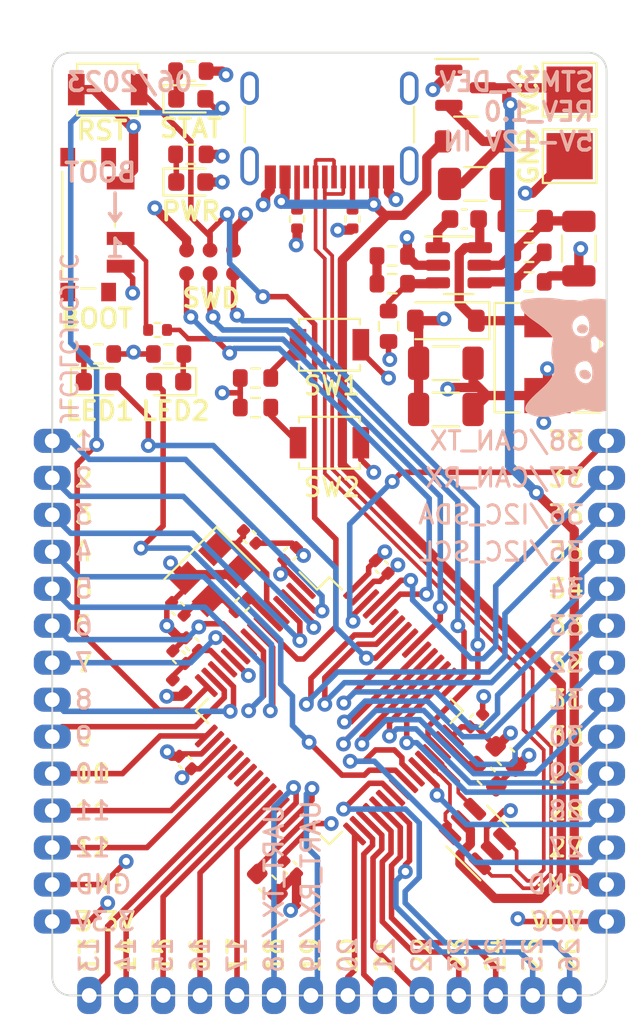
<source format=kicad_pcb>
(kicad_pcb (version 20221018) (generator pcbnew)
  (layers (0 "F.Cu" signal) (1 "In1.Cu" power) (2 "In2.Cu" power) (31 "B.Cu" signal) (34 "B.Paste" user) (35 "F.Paste" user) (36 "B.SilkS" user "B.Silkscreen") (37 "F.SilkS" user "F.Silkscreen") (38 "B.Mask" user) (39 "F.Mask" user) (44 "Edge.Cuts" user))
  (net 0 "")
  (net 1 "+3.3V")
  (net 2 "GND")
  (net 3 "Net-(U1-VCAP_1)")
  (net 4 "Net-(U1-VCAP_2)")
  (net 5 "+3.3VA")
  (net 6 "BUCK_BST")
  (net 7 "BUCK_SW")
  (net 8 "BUCK_IN")
  (net 9 "HSE_IN")
  (net 10 "Net-(C17-Pad1)")
  (net 11 "Net-(D1-K)")
  (net 12 "+5V")
  (net 13 "Net-(D3-K)")
  (net 14 "STATUS_LED")
  (net 15 "/PWR_LED_CATH")
  (net 16 "Net-(F1-Pad2)")
  (net 17 "VCC")
  (net 18 "SWDIO")
  (net 19 "SWCLK")
  (net 20 "SWO")
  (net 21 "NRST")
  (net 22 "BUCK_EN")
  (net 23 "BUCK_FB")
  (net 24 "Net-(R4-Pad2)")
  (net 25 "Net-(J8-CC1)")
  (net 26 "HSE_OUT")
  (net 27 "/SW_BOOT0")
  (net 28 "BOOT0")
  (net 29 "Net-(J8-CC2)")
  (net 30 "S8")
  (net 31 "S7")
  (net 32 "S6")
  (net 33 "S5")
  (net 34 "S4")
  (net 35 "S3")
  (net 36 "S2")
  (net 37 "S1")
  (net 38 "S10")
  (net 39 "S11")
  (net 40 "S12")
  (net 41 "S13")
  (net 42 "S14")
  (net 43 "S15")
  (net 44 "S16")
  (net 45 "S17")
  (net 46 "USB_D-")
  (net 47 "USB_D+")
  (net 48 "USB_CONN_D-")
  (net 49 "USB_CONN_D+")
  (net 53 "S9")
  (net 54 "S34")
  (net 55 "S33")
  (net 56 "S32")
  (net 57 "S31")
  (net 58 "S30")
  (net 59 "S29")
  (net 60 "S28")
  (net 61 "S27")
  (net 62 "S26")
  (net 63 "S25")
  (net 64 "S24")
  (net 65 "S23")
  (net 66 "S22")
  (net 67 "S42{slash}CAN_TX")
  (net 68 "S41{slash}CAN_RX")
  (net 69 "S40{slash}I2C1_SDA")
  (net 70 "S39{slash}I2C1_SCL")
  (net 71 "Net-(D5-K)")
  (net 72 "S18{slash}USART3_TX")
  (net 73 "S19{slash}USART3_RX")
  (net 76 "S20")
  (net 77 "S21")
  (net 79 "SW2")
  (net 80 "SW1")
  (net 81 "USER_LED1")
  (net 82 "Net-(D6-K)")
  (net 83 "USER_LED2")
  (footprint "Josh Custom:Cas Pad" (layer "F.Cu") (at 185 108)
    (fp_text reference "J15")
    (fp_text value "S11")
  )
  (footprint "Josh Custom:Cas Pad" (layer "F.Cu") (at 185 110)
    (fp_text reference "J16")
    (fp_text value "S12")
  )
  (footprint "Josh Custom:Cas Pad" (layer "F.Cu") (at 185 106)
    (fp_text reference "J14")
    (fp_text value "S10")
  )
  (footprint "Package_QFP:LQFP-64_10x10mm_P0.5mm" (layer "F.Cu") (at 200 102.6 -45)
    (fp_text reference "U1")
    (fp_text value "STM32F405RGT6")
  )
  (footprint "Josh Custom:Cas Pad" (layer "F.Cu") (at 185 96)
    (fp_text reference "J9")
    (fp_text value "S5")
  )
  (footprint "TestPoint:TestPoint_Pad_2.5x2.5mm" (layer "F.Cu") (at 213 69)
    (fp_text reference "J1")
    (fp_text value "12V IN")
  )
  (footprint "Capacitor_SMD:C_0402_1005Metric" (layer "F.Cu") (at 192.575379 98.993756 135)
    (fp_text reference "C9")
    (fp_text value "10n")
  )
  (footprint "Button_Switch_SMD:SW_SPST_B3U-1000P" (layer "F.Cu") (at 188 69)
    (fp_text reference "SW2")
    (fp_text value "SW_Push")
  )
  (footprint "Josh Custom:Cas Pad" (layer "F.Cu") (at 209 118 90)
    (fp_text reference "J30")
    (fp_text value "S26")
  )
  (footprint "Josh Custom:Cas Pad" (layer "F.Cu") (at 185 90)
    (fp_text reference "J5")
    (fp_text value "S2")
  )
  (footprint "Josh Custom:Cas Pad" (layer "F.Cu") (at 215 106 180)
    (fp_text reference "J37")
    (fp_text value "S33")
  )
  (footprint "Resistor_SMD:R_0402_1005Metric" (layer "F.Cu") (at 190.7 82)
    (fp_text reference "R12")
    (fp_text value "10k")
  )
  (footprint "Resistor_SMD:R_0603_1608Metric" (layer "F.Cu") (at 192.5 72.5)
    (fp_text reference "R11")
    (fp_text value "1.5k")
  )
  (footprint "Josh Custom:Cas Pad" (layer "F.Cu") (at 215 88 180)
    (fp_text reference "J46")
    (fp_text value "S42")
  )
  (footprint "Josh Custom:Cas Pad" (layer "F.Cu") (at 207 118 90)
    (fp_text reference "J29")
    (fp_text value "S25")
  )
  (footprint "Josh Custom:Cas Pad" (layer "F.Cu") (at 185 92)
    (fp_text reference "J6")
    (fp_text value "S3")
  )
  (footprint "Josh Custom:Cas Pad" (layer "F.Cu") (at 215 102 180)
    (fp_text reference "J39")
    (fp_text value "S35")
  )
  (footprint "Josh Custom:Cas Pad" (layer "F.Cu") (at 193 118 90)
    (fp_text reference "J22")
    (fp_text value "S18")
  )
  (footprint "Josh Custom:Cas Pad" (layer "F.Cu") (at 213 118 90)
    (fp_text reference "J32")
    (fp_text value "S28")
  )
  (footprint "Connector_USB:USB_C_Receptacle_G-Switch_GT-USB-7010ASV" (layer "F.Cu") (at 200 70 180)
    (fp_text reference "J8")
    (fp_text value "USB_C_Receptacle_USB2.0")
  )
  (footprint "Josh Custom:Cas Pad" (layer "F.Cu") (at 215 111.998624 180)
    (fp_text reference "J34")
    (fp_text value "S30")
  )
  (footprint "Josh Custom:Cas Pad" (layer "F.Cu") (at 185 98)
    (fp_text reference "J10")
    (fp_text value "S6")
  )
  (footprint "Capacitor_SMD:C_0603_1608Metric" (layer "F.Cu") (at 207.3 76)
    (fp_text reference "C12")
    (fp_text value "10n")
  )
  (footprint "Capacitor_SMD:C_0603_1608Metric" (layer "F.Cu") (at 208.485281 106.135534 -45)
    (fp_text reference "C7")
    (fp_text value "2.2u")
  )
  (footprint "Josh Custom:Cas Pad" (layer "F.Cu") (at 185 94)
    (fp_text reference "J7")
    (fp_text value "S4")
  )
  (footprint "Capacitor_SMD:C_0402_1005Metric" (layer "F.Cu") (at 202.828427 94.821826 -45)
    (fp_text reference "C8")
    (fp_text value "100n")
  )
  (footprint "LED_SMD:LED_0603_1608Metric" (layer "F.Cu") (at 192.5 74)
    (fp_text reference "D4")
    (fp_text value "RED")
  )
  (footprint "LED_SMD:LED_0603_1608Metric" (layer "F.Cu") (at 192.5 69.5)
    (fp_text reference "D3")
    (fp_text value "BLUE")
  )
  (footprint "Josh Custom:Cas Pad" (layer "F.Cu") (at 215 104 180)
    (fp_text reference "J38")
    (fp_text value "S34")
  )
  (footprint "Josh Custom:Tag Connect" (layer "F.Cu") (at 193.54 79.9505 180)
    (fp_text reference "J3")
    (fp_text value "Tag Connect")
  )
  (footprint "Resistor_SMD:R_0603_1608Metric" (layer "F.Cu") (at 210.8 79.4)
    (fp_text reference "R2")
    (fp_text value "68k")
  )
  (footprint "Button_Switch_SMD:SW_SPST_B3U-1000P" (layer "F.Cu") (at 200 88.1 180)
    (fp_text reference "SW4")
    (fp_text value "SW_Push")
  )
  (footprint "Package_TO_SOT_SMD:SOT-23-6" (layer "F.Cu") (at 208 109.4 135)
    (fp_text reference "U3")
    (fp_text value "USBLC6-2SC6")
  )
  (footprint "Capacitor_SMD:C_1206_3216Metric" (layer "F.Cu") (at 213.5 77.6 -90)
    (fp_text reference "C13")
    (fp_text value "10u")
  )
  (footprint "Resistor_SMD:R_0603_1608Metric" (layer "F.Cu") (at 203.2 81.8 90)
    (fp_text reference "R3")
    (fp_text value "47k")
  )
  (footprint "Josh Custom:Cas Pad" (layer "F.Cu") (at 185 100)
    (fp_text reference "J11")
    (fp_text value "S7")
  )
  (footprint "Inductor_SMD:L_0402_1005Metric" (layer "F.Cu") (at 191.868272 101.256497 -45)
    (fp_text reference "L2")
    (fp_text value "39n")
  )
  (footprint "Button_Switch_SMD:SW_SPDT_PCM12" (layer "F.Cu") (at 187.27 76.3 -90)
    (fp_text reference "SW1")
    (fp_text value "SW_SPDT")
  )
  (footprint "Button_Switch_SMD:SW_SPST_B3U-1000P" (layer "F.Cu") (at 200 82.8 180)
    (fp_text reference "SW3")
    (fp_text value "SW_Push")
  )
  (footprint "Josh Custom:Cas Pad" (layer "F.Cu") (at 215 92 180)
    (fp_text reference "J44")
    (fp_text value "S40")
  )
  (footprint "Resistor_SMD:R_0603_1608Metric" (layer "F.Cu") (at 196 84.6 180)
    (fp_text reference "R14")
    (fp_text value "10k")
  )
  (footprint "Josh Custom:Cas Pad" (layer "F.Cu") (at 185 88)
    (fp_text reference "J4")
    (fp_text value "S1")
  )
  (footprint "Capacitor_SMD:C_1206_3216Metric" (layer "F.Cu") (at 206.3 83.8 180)
    (fp_text reference "C15")
    (fp_text value "10u")
  )
  (footprint "Resistor_SMD:R_0603_1608Metric" (layer "F.Cu") (at 191.3 83.3 180)
    (fp_text reference "R15")
    (fp_text value "1.5k")
  )
  (footprint "Josh Custom:Cas Pad" (layer "F.Cu") (at 189 118 90)
    (fp_text reference "J20")
    (fp_text value "S16")
  )
  (footprint "Josh Custom:Cas Pad" (layer "F.Cu") (at 215 100 180)
    (fp_text reference "J40")
    (fp_text value "S36")
  )
  (footprint "Josh Custom:Cas Pad" (layer "F.Cu") (at 203 118 90)
    (fp_text reference "J27")
    (fp_text value "S23")
  )
  (footprint "Josh Custom:Cas Pad" (layer "F.Cu") (at 185 104)
    (fp_text reference "J13")
    (fp_text value "S9")
  )
  (footprint "Josh Custom:Cas Pad" (layer "F.Cu") (at 215 90 180)
    (fp_text reference "J45")
    (fp_text value "S41")
  )
  (footprint "Josh Custom:Cas Pad" (layer "F.Cu") (at 185 112)
    (fp_text reference "J17")
    (fp_text value "S13")
  )
  (footprint "Josh Custom:Cas Pad" (layer "F.Cu") (at 205 118 90)
    (fp_text reference "J28")
    (fp_text value "S24")
  )
  (footprint "Capacitor_SMD:C_0402_1005Metric" (layer "F.Cu") (at 197.87868 94.114719 45)
    (fp_text reference "C3")
    (fp_text value "100n")
  )
  (footprint "Josh Custom:Cas Pad" (layer "F.Cu") (at 201 118 90)
    (fp_text reference "J26")
    (fp_text value "S22")
  )
  (footprint "Capacitor_SMD:C_1206_3216Metric" (layer "F.Cu") (at 206.3 86.3 180)
    (fp_text reference "C14")
    (fp_text value "10u")
  )
  (footprint "Capacitor_SMD:C_0603_1608Metric" (layer "F.Cu") (at 196.641243 111.969165 -45)
    (fp_text reference "C5")
    (fp_text value "2.2u")
  )
  (footprint "Diode_SMD:D_SOD-123" (layer "F.Cu") (at 206.3 81.5 180)
    (fp_text reference "D2")
    (fp_text value "B5819W")
  )
  (footprint "Josh Custom:Cas Pad" (layer "F.Cu") (at 215 98 180)
    (fp_text reference "J41")
    (fp_text value "S37")
  )
  (footprint "Capacitor_SMD:C_0402_1005Metric" (layer "F.Cu") (at 197.87868 111.085281 -45)
    (fp_text reference "C2")
    (fp_text value "100n")
  )
  (footprint "Josh Custom:Cas Pad" (layer "F.Cu") (at 215 110 180)
    (fp_text reference "J35")
    (fp_text value "S31")
  )
  (footprint "Resistor_SMD:R_0603_1608Metric" (layer "F.Cu") (at 203.4 79.5 180)
    (fp_text reference "R4")
    (fp_text value "15k")
  )
  (footprint "Package_TO_SOT_SMD:SOT-23" (layer "F.Cu") (at 207.4 68.9)
    (fp_text reference "Q1")
    (fp_text value "AO3401A")
  )
  (footprint "Josh Custom:Cas Pad" (layer "F.Cu") (at 197 118 90)
    (fp_text reference "J24")
    (fp_text value "S20")
  )
  (footprint "Josh Custom:Cas Pad" (layer "F.Cu") (at 215 96 180)
    (fp_text reference "J42")
    (fp_text value "S38")
  )
  (footprint "Josh Custom:Cas Pad" (layer "F.Cu") (at 211 118 90)
    (fp_text reference "J31")
    (fp_text value "S27")
  )
  (footprint "Josh Custom:Cas Pad" (layer "F.Cu") (at 185 102)
    (fp_text reference "J12")
    (fp_text value "S8")
  )
  (footprint "Inductor_SMD:L_0805_2012Metric" (layer "F.Cu") (at 210.6 76.1)
    (fp_text reference "FB1")
    (fp_text value "600 @ 600MHz")
  )
  (footprint "Josh Custom:Cas Pad" (layer "F.Cu") (at 215 114 180)
    (fp_text reference "J33")
    (fp_text value "S29")
  )
  (footprint "Capacitor_SMD:C_0603_1608Metric" (layer "F.Cu") (at 209.545942 105.074874 -45)
    (fp_text reference "C1")
    (fp_text value "4.7u")
  )
  (footprint "Inductor_SMD:L_Sunlord_MWSA0518S" (layer "F.Cu") (at 211.8 83.5 -90)
    (fp_text reference "L1")
    (fp_text value "10u")
  )
  (footprint "Package_TO_SOT_SMD:TSOT-23-6" (layer "F.Cu") (at 207 78.5)
    (fp_text reference "U2")
    (fp_text value "~")
  )
  (footprint "Capacitor_SMD:C_0402_1005Metric" (layer "F.Cu") (at 192.2 105.4 135)
    (fp_text reference "C4")
    (fp_text value "100n")
  )
  (footprint "TestPoint:TestPoint_Pad_2.5x2.5mm" (layer "F.Cu") (at 213 72.6)
    (fp_text reference "J2")
    (fp_text value "GND")
  )
  (footprint "Resistor_SMD:R_0402_1005Metric" (layer "F.Cu") (at 201.25 76 90)
    (fp_text reference "R8")
    (fp_text value "5.1k")
  )
  (footprint "Josh Custom:Cas Pad" (layer "F.Cu") (at 195 118 90)
    (fp_text reference "J23")
    (fp_text value "S19")
  )
  (footprint "Resistor_SMD:R_0402_1005Metric" (layer "F.Cu") (at 195.262385 96.872435 45)
    (fp_text reference "R9")
    (fp_text value "47")
  )
  (footprint "Fuse:Fuse_1206_3216Metric" (layer "F.Cu") (at 207.9 74.1)
    (fp_text reference "F1")
    (fp_text value "250mA")
  )
  (footprint "Resistor_SMD:R_0603_1608Metric" (layer "F.Cu") (at 210.8 77.8)
    (fp_text reference "R1")
    (fp_text value "100k")
  )
  (footprint "Josh Custom:Cas Pad" (layer "F.Cu") (at 215 94 180)
    (fp_text reference "J43")
    (fp_text value "S39")
  )
  (footprint "Capacitor_SMD:C_0402_1005Metric" (layer "F.Cu") (at 191.868272 99.700862 135)
    (fp_text reference "C10")
    (fp_text value "1u")
  )
  (footprint "Resistor_SMD:R_0402_1005Metric" (layer "F.Cu") (at 198.25 76 90)
    (fp_text reference "R13")
    (fp_text value "5.1k")
  )
  (footprint "LED_SMD:LED_0603_1608Metric" (layer "F.Cu") (at 187.5 84.8)
    (fp_text reference "D5")
    (fp_text value "BLUE")
  )
  (footprint "Josh Custom:Cas Pad" (layer "F.Cu") (at 199 118 90)
    (fp_text reference "J25")
    (fp_text value "S21")
  )
  (footprint "Capacitor_SMD:C_0402_1005Metric" (layer "F.Cu") (at 195.686649 93.19548 -45)
    (fp_text reference "C16")
    (fp_text value "12p")
  )
  (footprint "Resistor_SMD:R_0603_1608Metric" (layer "F.Cu") (at 203.4 78)
    (fp_text reference "R5")
    (fp_text value "270")
  )
  (footprint "LED_SMD:LED_0603_1608Metric" (layer "F.Cu") (at 191.3 84.8 180)
    (fp_text reference "D6")
    (fp_text value "BLUE")
  )
  (footprint "Josh Custom:Cas Pad" (layer "F.Cu") (at 187 118 90)
    (fp_text reference "J19")
    (fp_text value "S15")
  )
  (footprint "Josh Custom:Cas Pad" (layer "F.Cu") (at 191 118 90)
    (fp_text reference "J21")
    (fp_text value "S17")
  )
  (footprint "Capacitor_SMD:C_0402_1005Metric" (layer "F.Cu") (at 207.954951 103.13033 45)
    (fp_text reference "C6")
    (fp_text value "100n")
  )
  (footprint "Josh Custom:Cas Pad" (layer "F.Cu") (at 185 114)
    (fp_text reference "J18")
    (fp_text value "S14")
  )
  (footprint "Diode_SMD:D_SOD-123" (layer "F.Cu") (at 207.8 71.8 180)
    (fp_text reference "D1")
    (fp_text value "B5819W")
  )
  (footprint "Josh Custom:Cas Pad" (layer "F.Cu") (at 215 108 180)
    (fp_text reference "J36")
    (fp_text value "S32")
  )
  (footprint "Resistor_SMD:R_0603_1608Metric" (layer "F.Cu") (at 192.5 68)
    (fp_text reference "R10")
    (fp_text value "1.5k")
  )
  (footprint "Crystal:Crystal_SMD_3225-4Pin_3.2x2.5mm" (layer "F.Cu") (at 193.636039 95.24609 -135)
    (fp_text reference "Y1")
    (fp_text value "16MHz")
  )
  (footprint "Capacitor_SMD:C_0402_1005Metric" (layer "F.Cu") (at 191.797561 97.084567 135)
    (fp_text reference "C17")
    (fp_text value "12p")
  )
  (footprint "Resistor_SMD:R_0603_1608Metric" (layer "F.Cu") (at 196 86.2 180)
    (fp_text reference "R7")
    (fp_text value "10k")
  )
  (footprint "Resistor_SMD:R_0603_1608Metric" (layer "F.Cu") (at 187.5 83.3)
    (fp_text reference "R6")
    (fp_text value "1.5k")
  )
  (footprint "LOGO" (layer "B.Cu") (at 210 83.4 -90)
    (fp_text reference "G***")
    (fp_text value "LOGO" hide)
  )
  (gr_line (start 188.4 76.1) (end 188.7 75.7) (stroke (width 0.2)) (layer "B.SilkS"))
  (gr_line (start 188.4 74.6) (end 188.4 76.1) (stroke (width 0.2)) (layer "B.SilkS"))
  (gr_line (start 188.4 76.1) (end 188.1 75.7) (stroke (width 0.2)) (layer "B.SilkS"))
  (gr_arc (start 215 117) (mid 214.707107 117.707107) (end 214 118) (stroke (width 0.1)) (layer "Edge.Cuts"))
  (gr_line (start 185 117) (end 185 68) (stroke (width 0.1)) (layer "Edge.Cuts"))
  (gr_line (start 214 118) (end 186 118) (stroke (width 0.1)) (layer "Edge.Cuts"))
  (gr_arc (start 186 118) (mid 185.292893 117.707107) (end 185 117) (stroke (width 0.1)) (layer "Edge.Cuts"))
  (gr_arc (start 185 68) (mid 185.292893 67.292893) (end 186 67) (stroke (width 0.1)) (layer "Edge.Cuts"))
  (gr_arc (start 214 67) (mid 214.707107 67.292893) (end 215 68) (stroke (width 0.1)) (layer "Edge.Cuts"))
  (gr_line (start 215 68) (end 215 117) (stroke (width 0.1)) (layer "Edge.Cuts"))
  (gr_line (start 186 67) (end 214 67) (stroke (width 0.1)) (layer "Edge.Cuts"))
  (gr_text "  36/I2C_SDA  " (at 215.4 92) (layer "B.SilkS") (effects (font (size 1 1) (thickness 0.16)) (justify left mirror)))
  (gr_text "  4  " (at 184.6 94) (layer "B.SilkS") (effects (font (size 1 1) (thickness 0.16)) (justify right mirror)))
  (gr_text "  35/I2C_SCL  " (at 215.4 94) (layer "B.SilkS") (effects (font (size 1 1) (thickness 0.16)) (justify left mirror)))
  (gr_text "  11  " (at 184.6 108) (layer "B.SilkS") (effects (font (size 1 1) (thickness 0.16)) (justify right mirror)))
  (gr_text "  VCC  " (at 215.4 114) (layer "B.SilkS") (effects (font (size 1 1) (thickness 0.16)) (justify left mirror)))
  (gr_text "  12  " (at 184.6 110) (layer "B.SilkS") (effects (font (size 1 1) (thickness 0.16)) (justify right mirror)))
  (gr_text "  30  " (at 215.4 104) (layer "B.SilkS") (effects (font (size 1 1) (thickness 0.16)) (justify left mirror)))
  (gr_text "STM32_DEV\nREV_1.0\n5V-12V IN" (at 214.4 68) (layer "B.SilkS") (effects (font (size 1 1) (thickness 0.2) bold) (justify left top mirror)))
  (gr_text "  20  " (at 201 118.4 90) (layer "B.SilkS") (effects (font (size 1 1) (thickness 0.16)) (justify right mirror)))
  (gr_text "  UART_RX/19  " (at 199 118.4 90) (layer "B.SilkS") (effects (font (size 1 1) (thickness 0.16)) (justify right mirror)))
  (gr_text "  16  " (at 193 118.4 90) (layer "B.SilkS") (effects (font (size 1 1) (thickness 0.16)) (justify right mirror)))
  (gr_text "  23  " (at 207 118.4 90) (layer "B.SilkS") (effects (font (size 1 1) (thickness 0.16)) (justify right mirror)))
  (gr_text "  5  " (at 184.6 96) (layer "B.SilkS") (effects (font (size 1 1) (thickness 0.16)) (justify right mirror)))
  (gr_text "  21  " (at 203 118.4 90) (layer "B.SilkS") (effects (font (size 1 1) (thickness 0.16)) (justify right mirror)))
  (gr_text "  13  " (at 187 118.4 90) (layer "B.SilkS") (effects (font (size 1 1) (thickness 0.16)) (justify right mirror)))
  (gr_text "JLCJLCJLCJLC" (at 186.4 87.2 -90) (layer "B.SilkS") (effects (font (size 0.9 0.9)) (justify left top mirror)))
  (gr_text "  29  " (at 215.4 106) (layer "B.SilkS") (effects (font (size 1 1) (thickness 0.16)) (justify left mirror)))
  (gr_text "  31  " (at 215.4 102) (layer "B.SilkS") (effects (font (size 1 1) (thickness 0.16)) (justify left mirror)))
  (gr_text "  25  " (at 211 118.4 90) (layer "B.SilkS") (effects (font (size 1 1) (thickness 0.16)) (justify right mirror)))
  (gr_text "  1  " (at 184.6 88) (layer "B.SilkS") (effects (font (size 1 1) (thickness 0.16)) (justify right mirror)))
  (gr_text "  33  " (at 215.4 98) (layer "B.SilkS") (effects (font (size 1 1) (thickness 0.16)) (justify left mirror)))
  (gr_text "  27  " (at 215.4 110) (layer "B.SilkS") (effects (font (size 1 1) (thickness 0.16)) (justify left mirror)))
  (gr_text "  28  " (at 215.4 108) (layer "B.SilkS") (effects (font (size 1 1) (thickness 0.16)) (justify left mirror)))
  (gr_text "  37/CAN_RX " (at 215.4 90) (layer "B.SilkS") (effects (font (size 1 1) (thickness 0.16)) (justify left mirror)))
  (gr_text "  10  " (at 184.6 106) (layer "B.SilkS") (effects (font (size 1 1) (thickness 0.16)) (justify right mirror)))
  (gr_text "  6  " (at 184.6 98) (layer "B.SilkS") (effects (font (size 1 1) (thickness 0.16)) (justify right mirror)))
  (gr_text "BOOT" (at 187.6 72.9) (layer "B.SilkS") (effects (font (size 1 1) (thickness 0.2) bold) (justify top mirror)))
  (gr_text "  17  " (at 195 118.4 90) (layer "B.SilkS") (effects (font (size 1 1) (thickness 0.16)) (justify right mirror)))
  (gr_text "  15  " (at 191 118.4 90) (layer "B.SilkS") (effects (font (size 1 1) (thickness 0.16)) (justify right mirror)))
  (gr_text "  34  " (at 215.4 96) (layer "B.SilkS") (effects (font (size 1 1) (thickness 0.16)) (justify left mirror)))
  (gr_text "  3  " (at 184.6 92) (layer "B.SilkS") (effects (font (size 1 1) (thickness 0.16)) (justify right mirror)))
  (gr_text "3.3V  " (at 184.6 114) (layer "B.SilkS") (effects (font (size 1 1) (thickness 0.16)) (justify right mirror)))
  (gr_text "  8  " (at 184.6 102) (layer "B.SilkS") (effects (font (size 1 1) (thickness 0.16)) (justify right mirror)))
  (gr_text "  32  " (at 215.4 100) (layer "B.SilkS") (effects (font (size 1 1) (thickness 0.16)) (justify left mirror)))
  (gr_text "  GND  " (at 215.4 112) (layer "B.SilkS") (effects (font (size 1 1) (thickness 0.16)) (justify left mirror)))
  (gr_text "  38/CAN_TX  " (at 215.4 88) (layer "B.SilkS") (effects (font (size 1 1) (thickness 0.16)) (justify left mirror)))
  (gr_text "  24  " (at 209 118.4 90) (layer "B.SilkS") (effects (font (size 1 1) (thickness 0.16)) (justify right mirror)))
  (gr_text "  UART_TX/18  " (at 197 118.4 90) (layer "B.SilkS") (effects (font (size 1 1) (thickness 0.16)) (justify right mirror)))
  (gr_text "  9  " (at 184.6 104) (layer "B.SilkS") (effects (font (size 1 1) (thickness 0.16)) (justify right mirror)))
  (gr_text "06/2023" (at 192.7 68) (layer "B.SilkS") (effects (font (size 1 1) (thickness 0.2) bold) (justify left top mirror)))
  (gr_text "  2  " (at 184.6 90) (layer "B.SilkS") (effects (font (size 1 1) (thickness 0.16)) (justify right mirror)))
  (gr_text "  7  " (at 184.6 100) (layer "B.SilkS") (effects (font (size 1 1) (thickness 0.16)) (justify right mirror)))
  (gr_text "  14  " (at 189 118.4 90) (layer "B.SilkS") (effects (font (size 1 1) (thickness 0.16)) (justify right mirror)))
  (gr_text "  22  " (at 205 118.4 90) (layer "B.SilkS") (effects (font (size 1 1) (thickness 0.16)) (justify right mirror)))
  (gr_text "  26  " (at 213 118.4 90) (layer "B.SilkS") (effects (font (size 1 1) (thickness 0.16)) (justify right mirror)))
  (gr_text "1" (at 188.4 77) (layer "B.SilkS") (effects (font (size 1 1) (thickness 0.2) bold) (justify top mirror)))
  (gr_text "GND  " (at 184.6 112) (layer "B.SilkS") (effects (font (size 1 1) (thickness 0.16)) (justify right mirror)))
  (gr_text "BOOT" (at 187.4 80.8) (layer "F.SilkS") (effects (font (size 1 1) (thickness 0.2) bold) (justify top)))
  (gr_text "  3" (at 184.6 92) (layer "F.SilkS") (effects (font (size 1 1) (thickness 0.16)) (justify left)))
  (gr_text "VCC" (at 210.2 69 90) (layer "F.SilkS") (effects (font (size 1 1) (thickness 0.2) bold) (justify top)))
  (gr_text "  16" (at 193 118.4 90) (layer "F.SilkS") (effects (font (size 1 1) (thickness 0.16)) (justify left)))
  (gr_text "  10" (at 184.6 106) (layer "F.SilkS") (effects (font (size 1 1) (thickness 0.16)) (justify left)))
  (gr_text "SW2" (at 198.5 91.1) (layer "F.SilkS") (effects (font (size 1 1) (thickness 0.16)) (justify left bottom)))
  (gr_text "  GND" (at 184.6 112) (layer "F.SilkS") (effects (font (size 1 1) (thickness 0.16)) (justify left)))
  (gr_text "SW1" (at 198.5 85.6) (layer "F.SilkS") (effects (font (size 1 1) (thickness 0.16)) (justify left bottom)))
  (gr_text "37  " (at 215.4 90) (layer "F.SilkS") (effects (font (size 1 1) (thickness 0.16)) (justify right)))
  (gr_text "  26" (at 213 118.4 90) (layer "F.SilkS") (effects (font (size 1 1) (thickness 0.16)) (justify left)))
  (gr_text "  22" (at 205 118.4 90) (layer "F.SilkS") (effects (font (size 1 1) (thickness 0.16)) (justify left)))
  (gr_text "  1" (at 184.6 88) (layer "F.SilkS") (effects (font (size 1 1) (thickness 0.16)) (justify left)))
  (gr_text "RST" (at 186.2 71.8) (layer "F.SilkS") (effects (font (size 1 1) (thickness 0.2) bold) (justify left bottom)))
  (gr_text "  24" (at 209 118.4 90) (layer "F.SilkS") (effects (font (size 1 1) (thickness 0.16)) (justify left)))
  (gr_text "VCC  " (at 215.4 114) (layer "F.SilkS") (effects (font (size 1 1) (thickness 0.16)) (justify right)))
  (gr_text "  13" (at 187 118.4 90) (layer "F.SilkS") (effects (font (size 1 1) (thickness 0.16)) (justify left)))
  (gr_text "GND" (at 210.2 72.6 90) (layer "F.SilkS") (effects (font (size 1 1) (thickness 0.2) bold) (justify top)))
  (gr_text "GND  " (at 215.4 112) (layer "F.SilkS") (effects (font (size 1 1) (thickness 0.16)) (justify right)))
  (gr_text "32  " (at 215.4 100) (layer "F.SilkS") (effects (font (size 1 1) (thickness 0.16)) (justify right)))
  (gr_text "  12" (at 184.6 110) (layer "F.SilkS") (effects (font (size 1 1) (thickness 0.16)) (justify left)))
  (gr_text "  9" (at 184.6 104) (layer "F.SilkS") (effects (font (size 1 1) (thickness 0.16)) (justify left)))
  (gr_text "34  " (at 215.4 96) (layer "F.SilkS") (effects (font (size 1 1) (thickness 0.16)) (justify right)))
  (gr_text "SWD" (at 193.6 79.7) (layer "F.SilkS") (effects (font (size 1 1) (thickness 0.2) bold) (justify top)))
  (gr_text "LED2" (at 189.7 85.8) (layer "F.SilkS") (effects (font (size 1 1) (thickness 0.2) bold) (justify left top)))
  (gr_text "  15" (at 191 118.4 90) (layer "F.SilkS") (effects (font (size 1 1) (thickness 0.16)) (justify left)))
  (gr_text "  6" (at 184.6 98) (layer "F.SilkS") (effects (font (size 1 1) (thickness 0.16)) (justify left)))
  (gr_text "  3.3V" (at 184.6 114) (layer "F.SilkS") (effects (font (size 1 1) (thickness 0.16)) (justify left)))
  (gr_text "  23" (at 207 118.4 90) (layer "F.SilkS") (effects (font (size 1 1) (thickness 0.16)) (justify left)))
  (gr_text "STAT" (at 192.5 70.5) (layer "F.SilkS") (effects (font (size 1 1) (thickness 0.2) bold) (justify top)))
  (gr_text "PWR" (at 190.8 75) (layer "F.SilkS") (effects (font (size 1 1) (thickness 0.2) bold) (justify left top)))
  (gr_text "  2" (at 184.6 90) (layer "F.SilkS") (effects (font (size 1 1) (thickness 0.16)) (justify left)))
  (gr_text "  4" (at 184.6 94) (layer "F.SilkS") (effects (font (size 1 1) (thickness 0.16)) (justify left)))
  (gr_text "28  " (at 215.4 108) (layer "F.SilkS") (effects (font (size 1 1) (thickness 0.16)) (justify right)))
  (gr_text "  8" (at 184.6 102) (layer "F.SilkS") (effects (font (size 1 1) (thickness 0.16)) (justify left)))
  (gr_text "36  " (at 215.4 92) (layer "F.SilkS") (effects (font (size 1 1) (thickness 0.16)) (justify right)))
  (gr_text "  7" (at 184.6 100) (layer "F.SilkS") (effects (font (size 1 1) (thickness 0.16)) (justify left)))
  (gr_text "  21" (at 203 118.4 90) (layer "F.SilkS") (effects (font (size 1 1) (thickness 0.16)) (justify left)))
  (gr_text "  11" (at 184.6 108) (layer "F.SilkS") (effects (font (size 1 1) (thickness 0.16)) (justify left)))
  (gr_text "  20" (at 201 118.4 90) (layer "F.SilkS") (effects (font (size 1 1) (thickness 0.16)) (justify left)))
  (gr_text "  5" (at 184.6 96) (layer "F.SilkS") (effects (font (size 1 1) (thickness 0.16)) (justify left)))
  (gr_text "LED1" (at 185.6 85.8) (layer "F.SilkS") (effects (font (size 1 1) (thickness 0.2) bold) (justify left top)))
  (gr_text "29  " (at 215.4 106) (layer "F.SilkS") (effects (font (size 1 1) (thickness 0.16)) (justify right)))
  (gr_text "  18" (at 197 118.4 90) (layer "F.SilkS") (effects (font (size 1 1) (thickness 0.16)) (justify left)))
  (gr_text "  25" (at 211 118.4 90) (layer "F.SilkS") (effects (font (size 1 1) (thickness 0.16)) (justify left)))
  (gr_text "  19" (at 199 118.4 90) (layer "F.SilkS") (effects (font (size 1 1) (thickness 0.16)) (justify left)))
  (gr_text "30  " (at 215.4 104) (layer "F.SilkS") (effects (font (size 1 1) (thickness 0.16)) (justify right)))
  (gr_text "27  " (at 215.4 110) (layer "F.SilkS") (effects (font (size 1 1) (thickness 0.16)) (justify right)))
  (gr_text "  17" (at 195 118.4 90) (layer "F.SilkS") (effects (font (size 1 1) (thickness 0.16)) (justify left)))
  (gr_text "31  " (at 215.4 102) (layer "F.SilkS") (effects (font (size 1 1) (thickness 0.16)) (justify right)))
  (gr_text "35  " (at 215.4 94) (layer "F.SilkS") (effects (font (size 1 1) (thickness 0.16)) (justify right)))
  (gr_text "33  " (at 215.4 98) (layer "F.SilkS") (effects (font (size 1 1) (thickness 0.16)) (justify right)))
  (gr_text "  14" (at 189 118.4 90) (layer "F.SilkS") (effects (font (size 1 1) (thickness 0.16)) (justify left)))
  (gr_text "38  " (at 215.4 88) (layer "F.SilkS") (effects (font (size 1 1) (thickness 0.16)) (justify right)))
  (segment (start 206.664482 103.961181) (end 207.155921 103.469741) (width 0.3) (layer "F.Cu") (net 1))
  (segment (start 208.525 85.55) (end 208.0875 85.1125) (width 0.5) (layer "F.Cu") (net 1))
  (segment (start 208.997934 104.526866) (end 209.073134 104.526866) (width 0.5) (layer "F.Cu") (net 1))
  (segment (start 195.175 85.4) (end 195.175 84.6) (width 0.3) (layer "F.Cu") (net 1))
  (segment (start 189.3505 80) (end 189.3505 79.2005) (width 0.3) (layer "F.Cu") (net 1))
  (segment (start 202.517585 94.482415) (end 203 94) (width 0.5) (layer "F.Cu") (net 1))
  (segment (start 207.155921 103.469741) (end 207.61554 103.469741) (width 0.3) (layer "F.Cu") (net 1))
  (segment (start 203.2 82.625) (end 203.2 83.53466) (width 0.3) (layer "F.Cu") (net 1))
  (segment (start 197.539269 94.835968) (end 197.539269 94.45413) (width 0.3) (layer "F.Cu") (net 1))
  (segment (start 195.175 85.4) (end 194.2 85.4) (width 0.3) (layer "F.Cu") (net 1))
  (segment (start 189.3505 79.2005) (end 188.7 78.55) (width 0.3) (layer "F.Cu") (net 1))
  (segment (start 208.0875 85.1125) (end 206.4875 85.1125) (width 0.5) (layer "F.Cu") (net 1))
  (segment (start 201.361181 95.935519) (end 202.12132 95.175379) (width 0.3) (layer "F.Cu") (net 1))
  (segment (start 191.993748 101.816915) (end 192.211219 101.599444) (width 0.5) (layer "F.Cu") (net 1))
  (segment (start 195.317041 75.881226) (end 195.317041 76.083665) (width 0.5) (layer "F.Cu") (net 1))
  (segment (start 211.6 85.55) (end 208.525 85.55) (width 0.5) (layer "F.Cu") (net 1))
  (segment (start 197.539269 110.364033) (end 197.539269 110.74587) (width 0.3) (layer "F.Cu") (net 1))
  (segment (start 211.6 85.55) (end 211.6 87) (width 0.5) (layer "F.Cu") (net 1))
  (segment (start 194.042625 104.668287) (end 192.971501 105.739411) (width 0.3) (layer "F.Cu") (net 1))
  (segment (start 195.466543 75.731724) (end 195.317041 75.881226) (width 0.5) (layer "F.Cu") (net 1))
  (segment (start 192.971501 105.739411) (end 192.539411 105.739411) (width 0.3) (layer "F.Cu") (net 1))
  (segment (start 202.12132 95.175379) (end 202.12132 94.85011) (width 0.3) (layer "F.Cu") (net 1))
  (segment (start 187.7495 112) (end 185.15 112) (width 0.3) (layer "F.Cu") (net 1))
  (segment (start 189 110.7495) (end 187.7495 112) (width 0.3) (layer "F.Cu") (net 1))
  (segment (start 207.940809 103.469741) (end 208.997934 104.526866) (width 0.3) (layer "F.Cu") (net 1))
  (segment (start 202.489016 94.482415) (end 202.517585 94.482415) (width 0.5) (layer "F.Cu") (net 1))
  (segment (start 195.317041 76.083665) (end 194.819123 76.581583) (width 0.5) (layer "F.Cu") (net 1))
  (segment (start 206.4875 85.1125) (end 206.4 85.2) (width 0.5) (layer "F.Cu") (net 1))
  (segment (start 207.775 84.8) (end 207.775 83.8) (width 0.5) (layer "F.Cu") (net 1))
  (segment (start 197.539269 95.021945) (end 197.354651 95.206563) (width 0.3) (layer "F.Cu") (net 1))
  (segment (start 197.539269 94.45413) (end 197.539269 95.021945) (width 0.3) (layer "F.Cu") (net 1))
  (segment (start 198.63882 109.264482) (end 197.539269 110.364033) (width 0.3) (layer "F.Cu") (net 1))
  (segment (start 195.175 86.2) (end 195.175 85.4) (width 0.3) (layer "F.Cu") (net 1))
  (segment (start 194.81 76.581583) (end 194.81 77.6805) (width 0.5) (layer "F.Cu") (net 1))
  (segment (start 203.2 83.53466) (end 203.267631 83.602291) (width 0.3) (layer "F.Cu") (net 1))
  (segment (start 194.819123 76.581583) (end 194.81 76.581583) (width 0.5) (layer "F.Cu") (net 1))
  (segment (start 211.8 85.55) (end 211.8 84.1) (width 0.5) (layer "F.Cu") (net 1))
  (segment (start 199.2033 108.7) (end 198.638819 109.264481) (width 0.3) (layer "F.Cu") (net 1))
  (segment (start 208.0875 85.1125) (end 207.775 84.8) (width 0.5) (layer "F.Cu") (net 1))
  (segment (start 202.12132 94.85011) (end 202.489016 94.482414) (width 0.3) (layer "F.Cu") (net 1))
  (segment (start 192.503229 105.739411) (end 192.024621 106.218019) (width 0.3) (layer "F.Cu") (net 1))
  (segment (start 207.940809 103.469741) (end 207.61554 103.469741) (width 0.3) (layer "F.Cu") (net 1))
  (segment (start 209.073134 104.526866) (end 209.8 103.8) (width 0.5) (layer "F.Cu") (net 1))
  (segment (start 193.2875 74) (end 194.2 74) (width 0.5) (layer "F.Cu") (net 1))
  (segment (start 198.63882 95.935519) (end 197.539269 94.835968) (width 0.3) (layer "F.Cu") (net 1))
  (segment (start 200.1 108.7) (end 199.2033 108.7) (width 0.3) (layer "F.Cu") (net 1))
  (segment (start 208.525 85.55) (end 207.775 86.3) (width 0.5) (layer "F.Cu") (net 1))
  (segment (start 191.192118 101.816915) (end 191.993748 101.816915) (width 0.5) (layer "F.Cu") (net 1))
  (via (at 197.354651 95.206563) (size 0.8) (drill 0.4) (layers "F.Cu" "B.Cu") (net 1))
  (via (at 200.1 108.7) (size 0.8) (drill 0.4) (layers "F.Cu" "B.Cu") (net 1))
  (via (at 211.8 84.1) (size 0.8) (drill 0.4) (layers "F.Cu" "B.Cu") (net 1))
  (via (at 191.192118 101.816915) (size 0.8) (drill 0.4) (layers "F.Cu" "B.Cu") (net 1))
  (via (at 209.8 103.8) (size 0.8) (drill 0.4) (layers "F.Cu" "B.Cu") (net 1))
  (via (at 195.466543 75.731724) (size 0.8) (drill 0.4) (layers "F.Cu" "B.Cu") (net 1))
  (via (at 189 110.7495) (size 0.8) (drill 0.4) (layers "F.Cu" "B.Cu") (net 1))
  (via (at 189.3505 80) (size 0.8) (drill 0.4) (layers "F.Cu" "B.Cu") (net 1))
  (via (at 194.2 85.4) (size 0.8) (drill 0.4) (layers "F.Cu" "B.Cu") (net 1))
  (via (at 194.2 74) (size 0.8) (drill 0.4) (layers "F.Cu" "B.Cu") (net 1))
  (via (at 192.024621 106.218019) (size 0.8) (drill 0.4) (layers "F.Cu" "B.Cu") (net 1))
  (via (at 206.4 85.2) (size 0.8) (drill 0.4) (layers "F.Cu" "B.Cu") (net 1))
  (via (at 203.267631 83.602291) (size 0.8) (drill 0.4) (layers "F.Cu" "B.Cu") (net 1))
  (via (at 211.6 87) (size 0.8) (drill 0.4) (layers "F.Cu" "B.Cu") (net 1))
  (via (at 203 94) (size 0.8) (drill 0.4) (layers "F.Cu" "B.Cu") (net 1))
  (segment (start 191.45815 96.745156) (end 191.2 97.003306) (width 0.3) (layer "F.Cu") (net 2))
  (segment (start 194.1 72.5) (end 194.2 72.6) (width 0.5) (layer "F.Cu") (net 2))
  (segment (start 192.235968 98.654344) (end 191.528861 99.361451) (width 0.3) (layer "F.Cu") (net 2))
  (segment (start 210.177118 105.622882) (end 210.09395 105.622882) (width 0.5) (layer "F.Cu") (net 2))
  (segment (start 191.854345 98.654345) (end 191.2 98) (width 0.5) (layer "F.Cu") (net 2))
  (segment (start 196.545526 75.088493) (end 196.545526 74.700766) (width 0.5) (layer "F.Cu") (net 2))
  (segment (start 211.95 79.075) (end 211.625 79.4) (width 0.5) (layer "F.Cu") (net 2))
  (segment (start 201.714734 96.289072) (end 202.404163 95.599643) (width 0.3) (layer "F.Cu") (net 2))
  (segment (start 208.3495 101.829801) (end 208.294362 101.884939) (width 0.3) (layer "F.Cu") (net 2))
  (segment (start 201.7 89) (end 202.4 89.7) (width 0.3) (layer "F.Cu") (net 2))
  (segment (start 188.325 83.3) (end 189.3 83.3) (width 0.3) (layer "F.Cu") (net 2))
  (segment (start 193.069617 104.934189) (end 191.986989 104.934189) (width 0.3) (layer "F.Cu") (net 2))
  (segment (start 188 113) (end 187 114) (width 0.3) (layer "F.Cu") (net 2))
  (segment (start 203.2 73.725) (end 203.2 74.5505) (width 0.5) (layer "F.Cu") (net 2))
  (segment (start 190.5495 75.4) (end 192.27 77.1205) (width 0.5) (layer "F.Cu") (net 2))
  (segment (start 213.5 77.7) (end 213.6 77.6) (width 0.5) (layer "F.Cu") (net 2))
  (segment (start 191.2 97.003306) (end 191.2 98) (width 0.3) (layer "F.Cu") (net 2))
  (segment (start 210.8 105) (end 210.177118 105.622882) (width 0.5) (layer "F.Cu") (net 2))
  (segment (start 192.257181 95.946125) (end 192.257181 95.422866) (width 0.3) (layer "F.Cu") (net 2))
  (segment (start 201.7 88.1) (end 201.7 89) (width 0.3) (layer "F.Cu") (net 2))
  (segment (start 202.729432 95.599643) (end 203.167838 95.161237) (width 0.3) (layer "F.Cu") (net 2))
  (segment (start 198.25 77.35) (end 198.25 76.51) (width 0.5) (layer "F.Cu") (net 2))
  (segment (start 189.4 73.35) (end 188.7 74.05) (width 0.5) (layer "F.Cu") (net 2))
  (segment (start 192.222867 95.422867) (end 191.4 94.6) (width 0.5) (layer "F.Cu") (net 2))
  (segment (start 191.986989 104.934189) (end 191.860589 105.060589) (width 0.3) (layer "F.Cu") (net 2))
  (segment (start 201.7 82.8) (end 201.7 83.160661) (width 0.3) (layer "F.Cu") (net 2))
  (segment (start 198.218091 93.775308) (end 198.218091 93.818091) (width 0.3) (layer "F.Cu") (net 2))
  (segment (start 203.252273 95.161237) (end 203.706755 94.706755) (width 0.3) (layer "F.Cu") (net 2))
  (segment (start 191.467191 105.060589) (end 191.224621 104.818019) (width 0.5) (layer "F.Cu") (net 2))
  (segment (start 194.749732 99.824606) (end 195.614923 100.689797) (width 0.3) (layer "F.Cu") (net 2))
  (segment (start 210.6 74.6) (end 211 74.6) (width 0.5) (layer "F.Cu") (net 2))
  (segment (start 197.189251 112.517173) (end 197.189251 112.453532) (width 0.5) (layer "F.Cu") (net 2))
  (segment (start 193.325 72.5) (end 194.1 72.5) (width 0.5) (layer "F.Cu") (net 2))
  (segment (start 189.4 71) (end 189.25 71) (width 0.5) (layer "F.Cu") (net 2))
  (segment (start 189.25 71) (end 187.25 69) (width 0.5) (layer "F.Cu") (net 2))
  (segment (start 206.4625 68.1375) (end 206.4625 67.95) (width 0.5) (layer "F.Cu") (net 2))
  (segment (start 209.033289 106.683542) (end 210.093949 105.622882) (width 0.3) (layer "F.Cu") (net 2))
  (segment (start 189.3 83.3) (end 189.4 83.2) (width 0.3) (layer "F.Cu") (net 2))
  (segment (start 204.825 81.675) (end 204.65 81.5) (width 0.5) (layer "F.Cu") (net 2))
  (segment (start 211 74.6) (end 213 72.6) (width 0.5) (layer "F.Cu") (net 2))
  (segment (start 202.404163 95.599643) (end 202.729432 95.599643) (width 0.3) (layer "F.Cu") (net 2))
  (segment (start 208.804334 110.204334) (end 208.507627 109.907627) (width 0.3) (layer "F.Cu") (net 2))
  (segment (start 192.235968 98.654345) (end 191.854345 98.654345) (width 0.5) (layer "F.Cu") (net 2))
  (segment (start 189.4 71) (end 189.4 73.35) (width 0.5) (layer "F.Cu") (net 2))
  (segment (start 196.8 74.446292) (end 196.8 73.725) (width 0.5) (layer "F.Cu") (net 2))
  (segment (start 194.2 68) (end 194.4 68.2) (width 0.5) (layer "F.Cu") (net 2))
  (segment (start 213.5 79.075) (end 211.95 79.075) (width 0.5) (layer "F.Cu") (net 2))
  (segment (start 192.443577 95.236471) (end 192.257181 95.422867) (width 0.5) (layer "F.Cu") (net 2))
  (segment (start 208.507627 108.940343) (end 209.44797 108) (width 0.3) (layer "F.Cu") (net 2))
  (segment (start 209.44797 108) (end 209.8 108) (width 0.3) (layer "F.Cu") (net 2))
  (segment (start 193.325 68) (end 194.2 68) (width 0.5) (layer "F.Cu") (net 2))
  (segment (start 198.218091 93.818091) (end 198.6 94.2) (width 0.3) (layer "F.Cu") (net 2))
  (segment (start 203.2 74.5505) (end 203.6 74.9505) (width 0.5) (layer "F.Cu") (net 2))
  (segment (start 205.6 69) (end 206.4625 68.1375) (width 0.5) (layer "F.Cu") (net 2))
  (segment (start 206.1 81.5) (end 206.2 81.4) (width 0.5) (layer "F.Cu") (net 2))
  (segment (start 196.410673 75.223346) (end 196.545526 75.088493) (width 0.5) (layer "F.Cu") (net 2))
  (segment (start 187.25 69) (end 186.3 69) (width 0.5) (layer "F.Cu") (net 2))
  (segment (start 204.825 83.8) (end 204.825 86.3) (width 0.5) (layer "F.Cu") (net 2))
  (segment (start 210.3505 114) (end 214.85 114) (width 0.3) (layer "F.Cu") (net 2))
  (segment (start 197.189251 112.453532) (end 198.218091 111.424692) (width 0.5) (layer "F.Cu") (net 2))
  (segment (start 202.889339 84.35) (end 202.950497 84.35) (width 0.3) (layer "F.Cu") (net 2))
  (segment (start 195.614923 100.689797) (end 195.614923 100.69126) (width 0.3) (layer "F.Cu") (net 2))
  (segment (start 204.725 78.5) (end 204.225 78) (width 0.5) (layer "F.Cu") (net 2))
  (segment (start 208.294362 101.884939) (end 208.294362 102.790919) (width 0.3) (layer "F.Cu") (net 2))
  (segment (start 197.977674 93.534891) (end 198.218091 93.775308) (width 0.3) (layer "F.Cu") (net 2))
  (segment (start 192.257181 95.422867) (end 192.222867 95.422867) (width 0.5) (layer "F.Cu") (net 2))
  (segment (start 208.507627 109.907627) (end 208.507627 108.940343) (width 0.3) (layer "F.Cu") (net 2))
  (segment (start 198.2 77.4) (end 198.25 77.35) (width 0.5) (layer "F.Cu") (net 2))
  (segment (start 201.16 76.6) (end 201.25 76.51) (width 0.5) (layer "F.Cu") (net 2))
  (segment (start 193.689072 104.314734) (end 193.069617 104.934189) (width 0.3) (layer "F.Cu") (net 2))
  (segment (start 190.475 83.3) (end 189.5 83.3) (width 0.3) (layer "F.Cu") (net 2))
  (segment (start 198.218091 113.081909) (end 198.218091 111.424692) (width 0.5) (layer "F.Cu") (net 2))
  (segment (start 201.7 83.160661) (end 202.889339 84.35) (width 0.3) (layer "F.Cu") (net 2))
  (segment (start 210.2 113.8495) (end 210.3505 114) (width 0.3) (layer "F.Cu") (net 2))
  (segment (start 204.225 77.025) (end 204.2 77) (width 0.5) (layer "F.Cu") (net 2))
  (segment (start 197.9 113.4) (end 198.218091 113.081909) (width 0.5) (layer "F.Cu") (net 2))
  (segment (start 191.860589 105.060589) (end 191.467191 105.060589) (width 0.5) (layer "F.Cu") (net 2))
  (segment (start 200.4495 76.6) (end 201.16 76.6) (width 0.5) (layer "F.Cu") (net 2))
  (segment (start 196.545526 74.700766) (end 196.8 74.446292) (width 0.5) (layer "F.Cu") (net 2))
  (segment (start 204.825 83.8) (end 204.825 81.675) (width 0.5) (layer "F.Cu") (net 2))
  (segment (start 189.5 83.3) (end 189.4 83.2) (width 0.3) (layer "F.Cu") (net 2))
  (segment (start 213.5 79.075) (end 213.5 77.7) (width 0.5) (layer "F.Cu") (net 2))
  (segment (start 194.847739 95.236471) (end 192.443577 95.236471) (width 0.5) (layer "F.Cu") (net 2))
  (segment (start 192.27 77.1205) (end 192.27 77.6805) (width 0.5) (layer "F.Cu") (net 2))
  (segment (start 204.65 81.5) (end 206.1 81.5) (width 0.5) (layer "F.Cu") (net 2))
  (segment (start 203.167838 95.161237) (end 203.252273 95.161237) (width 0.3) (layer "F.Cu") (net 2))
  (segment (start 205.8625 78.5) (end 204.725 78.5) (width 0.5) (layer "F.Cu") (net 2))
  (segment (start 187 114) (end 185.15 114) (width 0.3) (layer "F.Cu") (net 2))
  (segment (start 196.02606 93.534891) (end 197.977674 93.534891) (width 0.3) (layer "F.Cu") (net 2))
  (segment (start 204.225 78) (end 204.225 77.025) (width 0.5) (layer "F.Cu") (net 2))
  (segment (start 195.014897 95.069313) (end 194.847739 95.236471) (width 0.5) (layer "F.Cu") (net 2))
  (segment (start 202.950497 84.35) (end 203.2 84.599503) (width 0.3) (layer "F.Cu") (net 2))
  (segment (start 191.45815 96.745156) (end 192.257181 95.946125) (width 0.3) (layer "F.Cu") (net 2))
  (via (at 198.6 94.2) (size 0.8) (drill 0.4) (layers "F.Cu" "B.Cu") (net 2))
  (via (at 210.2 113.8495) (size 0.8) (drill 0.4) (layers "F.Cu" "B.Cu") (net 2))
  (via (at 189.4 83.2) (size 0.8) (drill 0.4) (layers "F.Cu" "B.Cu") (net 2))
  (via (at 190.5495 75.4) (size 0.8) (drill 0.4) (layers "F.Cu" "B.Cu") (net 2))
  (via (at 191.224621 104.818019) (size 0.8) (drill 0.4) (layers "F.Cu" "B.Cu") (net 2))
  (via (at 203.706755 94.706755) (size 0.8) (drill 0.4) (layers "F.Cu" "B.Cu") (net 2))
  (via (at 191.4 94.6) (size 0.8) (drill 0.4) (layers "F.Cu" "B.Cu") (net 2))
  (via (at 195.614923 100.69126) (size 0.8) (drill 0.4) (layers "F.Cu" "B.Cu") (net 2))
  (via (at 206.2 81.4) (size 0.8) (drill 0.4) (layers "F.Cu" "B.Cu") (net 2))
  (via (at 203.6 74.9505) (size 0.8) (drill 0.4) (layers "F.Cu" "B.Cu") (net 2))
  (via (at 200.4495 76.6) (size 0.8) (drill 0.4) (layers "F.Cu" "B.Cu") (net 2))
  (via (at 202.4 89.7) (size 0.8) (drill 0.4) (layers "F.Cu" "B.Cu") (net 2))
  (via (at 194.2 72.6) (size 0.8) (drill 0.4) (layers "F.Cu" "B.Cu") (net 2))
  (via (at 213.6 77.6) (size 0.8) (drill 0.4) (layers "F.Cu" "B.Cu") (net 2))
  (via (at 205.6 69) (size 0.8) (drill 0.4) (layers "F.Cu" "B.Cu") (net 2))
  (via (at 210.6 74.6) (size 0.8) (drill 0.4) (layers "F.Cu" "B.Cu") (net 2))
  (via (at 204.2 77) (size 0.8) (drill 0.4) (layers "F.Cu" "B.Cu") (net 2))
  (via (at 196.410673 75.223346) (size 0.8) (drill 0.4) (layers "F.Cu" "B.Cu") (net 2))
  (via (at 210.8 105) (size 0.8) (drill 0.4) (layers "F.Cu" "B.Cu") (net 2))
  (via (at 203.2 84.599503) (size 0.8) (drill 0.4) (layers "F.Cu" "B.Cu") (net 2))
  (via (at 189.4 71) (size 0.8) (drill 0.4) (layers "F.Cu" "B.Cu") (net 2))
  (via (at 194.4 68.2) (size 0.8) (drill 0.4) (layers "F.Cu" "B.Cu") (net 2))
  (via (at 188 113) (size 0.8) (drill 0.4) (layers "F.Cu" "B.Cu") (net 2))
  (via (at 198.2 77.4) (size 0.8) (drill 0.4) (layers "F.Cu" "B.Cu") (net 2))
  (via (at 209.8 108) (size 0.8) (drill 0.4) (layers "F.Cu" "B.Cu") (net 2))
  (via (at 191.2 98) (size 0.8) (drill 0.4) (layers "F.Cu" "B.Cu") (net 2))
  (via (at 208.3495 101.829801) (size 0.8) (drill 0.4) (layers "F.Cu" "B.Cu") (net 2))
  (via (at 197.9 113.4) (size 0.8) (drill 0.4) (layers "F.Cu" "B.Cu") (net 2))
  (segment (start 196.093235 111.102959) (end 198.285266 108.910928) (width 0.3) (layer "F.Cu") (net 3))
  (segment (start 196.093235 111.421157) (end 196.093235 111.102959) (width 0.3) (layer "F.Cu") (net 3))
  (segment (start 206.310928 104.314734) (end 207.58372 105.587526) (width 0.3) (layer "F.Cu") (net 4))
  (segment (start 207.58372 105.587526) (end 207.937274 105.587526) (width 0.3) (layer "F.Cu") (net 4))
  (segment (start 193.551186 99.333167) (end 192.91479 99.333167) (width 0.3) (layer "F.Cu") (net 5))
  (segment (start 194.396179 100.178159) (end 193.551186 99.333167) (width 0.3) (layer "F.Cu") (net 5))
  (segment (start 192.207683 100.040274) (end 191.525325 100.722632) (width 0.3) (layer "F.Cu") (net 5))
  (segment (start 191.525325 100.722632) (end 191.525325 100.91355) (width 0.3) (layer "F.Cu") (net 5))
  (segment (start 192.91479 99.333167) (end 192.207683 100.040274) (width 0.3) (layer "F.Cu") (net 5))
  (segment (start 205.8625 77.55) (end 205.8625 76.6625) (width 0.5) (layer "F.Cu") (net 6))
  (segment (start 205.8625 76.6625) (end 206.525 76) (width 0.5) (layer "F.Cu") (net 6))
  (segment (start 207.35 77.55) (end 207.025 77.875) (width 0.5) (layer "F.Cu") (net 7))
  (segment (start 211.55 81.5) (end 211.6 81.45) (width 0.5) (layer "F.Cu") (net 7))
  (segment (start 207.95 81.5) (end 211.55 81.5) (width 0.5) (layer "F.Cu") (net 7))
  (segment (start 208.1375 77.55) (end 208.1375 76.0625) (width 0.5) (layer "F.Cu") (net 7))
  (segment (start 207.025 80.575) (end 207.95 81.5) (width 0.5) (layer "F.Cu") (net 7))
  (segment (start 207.025 77.875) (end 207.025 80.575) (width 0.5) (layer "F.Cu") (net 7))
  (segment (start 208.1375 77.55) (end 207.35 77.55) (width 0.5) (layer "F.Cu") (net 7))
  (segment (start 208.1375 76.0625) (end 208.075 76) (width 0.5) (layer "F.Cu") (net 7))
  (segment (start 209.275 78.5) (end 208.1375 78.5) (width 0.5) (layer "F.Cu") (net 8))
  (segment (start 209.975 77.8) (end 209.275 78.5) (width 0.5) (layer "F.Cu") (net 8))
  (segment (start 213.475 76.1) (end 213.5 76.125) (width 0.5) (layer "F.Cu") (net 8))
  (segment (start 211.6625 76.1) (end 213.475 76.1) (width 0.5) (layer "F.Cu") (net 8))
  (segment (start 209.975 77.7875) (end 211.6625 76.1) (width 0.5) (layer "F.Cu") (net 8))
  (segment (start 209.975 77.8) (end 209.975 77.7875) (width 0.5) (layer "F.Cu") (net 8))
  (segment (start 194.979542 93.549033) (end 194.131014 93.549033) (width 0.3) (layer "F.Cu") (net 9))
  (segment (start 194.131014 93.549033) (end 193.812816 93.867231) (width 0.3) (layer "F.Cu") (net 9))
  (segment (start 196.605151 95.174643) (end 194.979542 93.549033) (width 0.3) (layer "F.Cu") (net 9))
  (segment (start 197.224606 97.349732) (end 196.605151 96.730278) (width 0.3) (layer "F.Cu") (net 9))
  (segment (start 194.979542 93.549033) (end 195.347237 93.181338) (width 0.3) (layer "F.Cu") (net 9))
  (segment (start 196.605151 96.730278) (end 196.605151 95.174643) (width 0.3) (layer "F.Cu") (net 9))
  (segment (start 195.347237 93.181338) (end 195.347237 92.856069) (width 0.3) (layer "F.Cu") (net 9))
  (segment (start 192.136973 97.423978) (end 192.936003 96.624948) (width 0.3) (layer "F.Cu") (net 10))
  (segment (start 194.293648 96.624948) (end 193.459262 96.624948) (width 0.3) (layer "F.Cu") (net 10))
  (segment (start 192.936003 96.624948) (end 193.459262 96.624948) (width 0.3) (layer "F.Cu") (net 10))
  (segment (start 194.90176 97.23306) (end 194.293648 96.624948) (width 0.3) (layer "F.Cu") (net 10))
  (segment (start 207.15 74.1) (end 209.45 71.8) (width 0.5) (layer "F.Cu") (net 11))
  (segment (start 208.3125 71.8) (end 206.3625 69.85) (width 0.5) (layer "F.Cu") (net 11))
  (segment (start 206.5 74.1) (end 207.15 74.1) (width 0.5) (layer "F.Cu") (net 11))
  (segment (start 209.45 71.8) (end 208.3125 71.8) (width 0.5) (layer "F.Cu") (net 11))
  (segment (start 205.27 72.68) (end 206.15 71.8) (width 0.5) (layer "F.Cu") (net 12))
  (segment (start 197.6 73.725) (end 197.6 74.848374) (width 0.5) (layer "F.Cu") (net 12))
  (segment (start 203 75.8) (end 204 75.8) (width 0.5) (layer "F.Cu") (net 12))
  (segment (start 212.55 111.593504) (end 211.393503 112.75) (width 0.5) (layer "F.Cu") (net 12))
  (segment (start 200.7 89.295862) (end 212.55 101.145862) (width 0.5) (layer "F.Cu") (net 12))
  (segment (start 200.7 78.207315) (end 200.7 89.295862) (width 0.5) (layer "F.Cu") (net 12))
  (segment (start 203 75.907315) (end 200.7 78.207315) (width 0.5) (layer "F.Cu") (net 12))
  (segment (start 203 75.8) (end 203 75.907315) (width 0.5) (layer "F.Cu") (net 12))
  (segment (start 207.064125 110.868287) (end 207.064125 110.371231) (width 0.5) (layer "F.Cu") (net 12))
  (segment (start 202.4 73.725) (end 202.4 75.2) (width 0.5) (layer "F.Cu") (net 12))
  (segment (start 211.393503 112.75) (end 208.945838 112.75) (width 0.5) (layer "F.Cu") (net 12))
  (segment (start 197.6 74.848374) (end 197.395526 75.052848) (width 0.5) (layer "F.Cu") (net 12))
  (segment (start 205.27 74.53) (end 205.27 72.68) (width 0.5) (layer "F.Cu") (net 12))
  (segment (start 212.55 101.145862) (end 212.55 111.593504) (width 0.5) (layer "F.Cu") (net 12))
  (segment (start 202.4 75.2) (end 203 75.8) (width 0.5) (layer "F.Cu") (net 12))
  (segment (start 207.064125 110.371231) (end 207.627729 109.807627) (width 0.5) (layer "F.Cu") (net 12))
  (segment (start 208.945838 112.75) (end 207.064125 110.868287) (width 0.5) (layer "F.Cu") (net 12))
  (segment (start 207.627729 109.027729) (end 207.195666 108.595666) (width 0.5) (layer "F.Cu") (net 12))
  (segment (start 207.627729 109.807627) (end 207.627729 109.027729) (width 0.5) (layer "F.Cu") (net 12))
  (segment (start 204 75.8) (end 205.27 74.53) (width 0.5) (layer "F.Cu") (net 12))
  (via (at 197.395526 75.052848) (size 0.8) (drill 0.4) (layers "F.Cu" "B.Cu") (net 12))
  (via (at 202.4 75.2) (size 0.8) (drill 0.4) (layers "F.Cu" "B.Cu") (net 12))
  (segment (start 197.542678 75.2) (end 197.395526 75.052848) (width 0.5) (layer "B.Cu") (net 12))
  (segment (start 202.4 75.2) (end 197.542678 75.2) (width 0.5) (layer "B.Cu") (net 12))
  (segment (start 191.7125 68.0375) (end 191.675 68) (width 0.3) (layer "F.Cu") (net 13))
  (segment (start 191.7125 69.5) (end 191.7125 68.0375) (width 0.3) (layer "F.Cu") (net 13))
  (segment (start 194.2 70) (end 193.7875 70) (width 0.3) (layer "F.Cu") (net 14))
  (segment (start 186.35 98.15) (end 190.766915 102.566915) (width 0.3) (layer "F.Cu") (net 14))
  (segment (start 193.7875 70) (end 193.2875 69.5) (width 0.3) (layer "F.Cu") (net 14))
  (segment (start 186.35 89.25) (end 186.35 98.15) (width 0.3) (layer "F.Cu") (net 14))
  (segment (start 187.4 88.2) (end 186.35 89.25) (width 0.3) (layer "F.Cu") (net 14))
  (segment (start 192.155916 102.566915) (end 193.335519 101.387312) (width 0.3) (layer "F.Cu") (net 14))
  (segment (start 193.335519 101.387312) (end 193.335519 101.238819) (width 0.3) (layer "F.Cu") (net 14))
  (segment (start 190.766915 102.566915) (end 192.155916 102.566915) (width 0.3) (layer "F.Cu") (net 14))
  (via (at 187.4 88.2) (size 0.8) (drill 0.4) (layers "F.Cu" "B.Cu") (net 14))
  (via (at 194.2 70) (size 0.8) (drill 0.4) (layers "F.Cu" "B.Cu") (net 14))
  (segment (start 193.95 70.25) (end 194.2 70) (width 0.3) (layer "B.Cu") (net 14))
  (segment (start 186 82.7) (end 186 70.8) (width 0.3) (layer "B.Cu") (net 14))
  (segment (start 186 70.8) (end 186.55 70.25) (width 0.3) (layer "B.Cu") (net 14))
  (segment (start 187.4 88.2) (end 187.4 84.1) (width 0.3) (layer "B.Cu") (net 14))
  (segment (start 187.4 84.1) (end 186 82.7) (width 0.3) (layer "B.Cu") (net 14))
  (segment (start 186.55 70.25) (end 193.95 70.25) (width 0.3) (layer "B.Cu") (net 14))
  (segment (start 191.7125 72.5375) (end 191.675 72.5) (width 0.3) (layer "F.Cu") (net 15))
  (segment (start 191.7125 74) (end 191.7125 72.5375) (width 0.3) (layer "F.Cu") (net 15))
  (segment (start 209.5375 74.3375) (end 209.3 74.1) (width 0.5) (layer "F.Cu") (net 16))
  (segment (start 209.5375 76.1) (end 209.5375 74.3375) (width 0.5) (layer "F.Cu") (net 16))
  (segment (start 208.3375 68.9) (end 209.6 68.9) (width 0.5) (layer "F.Cu") (net 17))
  (segment (start 213.25 92.85) (end 211.2 90.8) (width 0.5) (layer "F.Cu") (net 17))
  (segment (start 214.75 112) (end 214.75 111.998624) (width 0.5) (layer "F.Cu") (net 17))
  (segment (start 212.9 68.9) (end 213 69) (width 0.5) (layer "F.Cu") (net 17))
  (segment (start 213.974562 112) (end 214.75 112) (width 0.5) (layer "F.Cu") (net 17))
  (segment (start 209.8 69.8) (end 209.6 69.6) (width 0.5) (layer "F.Cu") (net 17))
  (segment (start 209.6 69.6) (end 209.6 68.9) (width 0.5) (layer "F.Cu") (net 17))
  (segment (start 213.974562 112) (end 213.25 111.275438) (width 0.5) (layer "F.Cu") (net 17))
  (segment (start 215 111.998624) (end 215 112) (width 0.5) (layer "F.Cu") (net 17))
  (segment (start 213.25 111.275438) (end 213.25 92.85) (width 0.5) (layer "F.Cu") (net 17))
  (segment (start 209.6 68.9) (end 212.9 68.9) (width 0.5) (layer "F.Cu") (net 17))
  (via (at 211.2 90.8) (size 0.8) (drill 0.4) (layers "F.Cu" "B.Cu") (net 17))
  (via (at 209.8 69.8) (size 0.8) (drill 0.4) (layers "F.Cu" "B.Cu") (net 17))
  (segment (start 209.8 69.8) (end 209.75 69.85) (width 0.5) (layer "B.Cu") (net 17))
  (segment (start 209.75 69.85) (end 209.75 89.35) (width 0.5) (layer "B.Cu") (net 17))
  (segment (start 209.75 89.35) (end 211.2 90.8) (width 0.5) (layer "B.Cu") (net 17))
  (segment (start 205.33792 104.048832) (end 205.33792 103.46208) (width 0.3) (layer "F.Cu") (net 18))
  (segment (start 195 81.2) (end 194.81 81.01) (width 0.3) (layer "F.Cu") (net 18))
  (segment (start 205.957375 104.668287) (end 205.33792 104.048832) (width 0.3) (layer "F.Cu") (net 18))
  (segment (start 194.81 81.01) (end 194.81 78.9505) (width 0.3) (layer "F.Cu") (net 18))
  (segment (start 205.33792 103.46208) (end 208.033436 100.766564) (width 0.3) (layer "F.Cu") (net 18))
  (segment (start 208.033436 100.766564) (end 208.033436 99.032729) (width 0.3) (layer "F.Cu") (net 18))
  (via (at 208.033436 99.032729) (size 0.8) (drill 0.4) (layers "F.Cu" "B.Cu") (net 18))
  (via (at 195 81.2) (size 0.8) (drill 0.4) (layers "F.Cu" "B.Cu") (net 18))
  (segment (start 197.900001 81.5) (end 208 91.6) (width 0.3) (layer "B.Cu") (net 18))
  (segment (start 208 91.6) (end 208 98.999293) (width 0.3) (layer "B.Cu") (net 18))
  (segment (start 195 81.2) (end 195.3 81.5) (width 0.3) (layer "B.Cu") (net 18))
  (segment (start 208 98.999293) (end 208.033436 99.032729) (width 0.3) (layer "B.Cu") (net 18))
  (segment (start 195.3 81.5) (end 197.900001 81.5) (width 0.3) (layer "B.Cu") (net 18))
  (segment (start 206.9505 98) (end 207.283936 98.333436) (width 0.3) (layer "F.Cu") (net 19))
  (segment (start 207.283936 98.333436) (end 207.283936 100.619364) (width 0.3) (layer "F.Cu") (net 19))
  (segment (start 207.283936 100.619364) (end 206.664481 101.238819) (width 0.3) (layer "F.Cu") (net 19))
  (segment (start 193.54 81.14) (end 193.54 78.9505) (width 0.3) (layer "F.Cu") (net 19))
  (segment (start 193.7 81.3) (end 193.54 81.14) (width 0.3) (layer "F.Cu") (net 19))
  (via (at 206.9505 98) (size 0.8) (drill 0.4) (layers "F.Cu" "B.Cu") (net 19))
  (via (at 193.7 81.3) (size 0.8) (drill 0.4) (layers "F.Cu" "B.Cu") (net 19))
  (segment (start 206.9505 91.257606) (end 206.9505 98) (width 0.3) (layer "B.Cu") (net 19))
  (segment (start 193.7 81.464679) (end 194.235321 82) (width 0.3) (layer "B.Cu") (net 19))
  (segment (start 193.7 81.3) (end 193.7 81.464679) (width 0.3) (layer "B.Cu") (net 19))
  (segment (start 194.235321 82) (end 197.692895 82) (width 0.3) (layer "B.Cu") (net 19))
  (segment (start 197.692895 82) (end 206.9505 91.257606) (width 0.3) (layer "B.Cu") (net 19))
  (segment (start 192.27 81.07) (end 192.27 78.9505) (width 0.3) (layer "F.Cu") (net 20))
  (segment (start 206 97) (end 206 97.66066) (width 0.3) (layer "F.Cu") (net 20))
  (segment (start 206 97.66066) (end 204.543161 99.117499) (width 0.3) (layer "F.Cu") (net 20))
  (segment (start 192.5 81.3) (end 192.27 81.07) (width 0.3) (layer "F.Cu") (net 20))
  (via (at 192.5 81.3) (size 0.8) (drill 0.4) (layers "F.Cu" "B.Cu") (net 20))
  (via (at 206 97) (size 0.8) (drill 0.4) (layers "F.Cu" "B.Cu") (net 20))
  (segment (start 192.5 81.3) (end 193.7 82.5) (width 0.3) (layer "B.Cu") (net 20))
  (segment (start 193.7 82.5) (end 197.485788 82.5) (width 0.3) (layer "B.Cu") (net 20))
  (segment (start 206 91.014212) (end 206 97) (width 0.3) (layer "B.Cu") (net 20))
  (segment (start 197.485788 82.5) (end 206 91.014212) (width 0.3) (layer "B.Cu") (net 20))
  (segment (start 197.7 80.2) (end 196.4 80.2) (width 0.3) (layer "F.Cu") (net 21))
  (segment (start 200.35 98.05) (end 200.35 93.32) (width 0.3) (layer "F.Cu") (net 21))
  (segment (start 194.467041 75.731583) (end 193.54 76.658624) (width 0.3) (layer "F.Cu") (net 21))
  (segment (start 193.54 76.939339) (end 193.54 77.6805) (width 0.3) (layer "F.Cu") (net 21))
  (segment (start 196.517499 98.056839) (end 198.26066 99.8) (width 0.3) (layer "F.Cu") (net 21))
  (segment (start 198.26066 99.8) (end 198.6 99.8) (width 0.3) (layer "F.Cu") (net 21))
  (segment (start 198.6 99.8) (end 200.35 98.05) (width 0.3) (layer "F.Cu") (net 21))
  (segment (start 200.35 93.32) (end 199.2 92.17) (width 0.3) (layer "F.Cu") (net 21))
  (segment (start 193.54 76.658624) (end 193.54 77.6805) (width 0.3) (layer "F.Cu") (net 21))
  (segment (start 189.7 69) (end 192.5 71.8) (width 0.3) (layer "F.Cu") (net 21))
  (segment (start 199.2 81.7) (end 197.7 80.2) (width 0.3) (layer "F.Cu") (net 21))
  (segment (start 199.2 92.17) (end 199.2 81.7) (width 0.3) (layer "F.Cu") (net 21))
  (segment (start 192.5 71.8) (end 192.5 75.899339) (width 0.3) (layer "F.Cu") (net 21))
  (segment (start 192.5 75.899339) (end 193.54 76.939339) (width 0.3) (layer "F.Cu") (net 21))
  (via (at 196.4 80.2) (size 0.8) (drill 0.4) (layers "F.Cu" "B.Cu") (net 21))
  (via (at 194.467041 75.731583) (size 0.8) (drill 0.4) (layers "F.Cu" "B.Cu") (net 21))
  (segment (start 194.6 75.864542) (end 194.467041 75.731583) (width 0.3) (layer "B.Cu") (net 21))
  (segment (start 194.6 78.4) (end 194.6 75.864542) (width 0.3) (layer "B.Cu") (net 21))
  (segment (start 196.4 80.2) (end 194.6 78.4) (width 0.3) (layer "B.Cu") (net 21))
  (segment (start 209.975 79.4) (end 208.1875 79.4) (width 0.5) (layer "F.Cu") (net 22))
  (segment (start 211.625 77.8) (end 211.575 77.8) (width 0.5) (layer "F.Cu") (net 22))
  (segment (start 211.575 77.8) (end 209.975 79.4) (width 0.5) (layer "F.Cu") (net 22))
  (segment (start 208.1875 79.4) (end 208.1375 79.45) (width 0.5) (layer "F.Cu") (net 22))
  (segment (start 205.8125 79.5) (end 205.8625 79.45) (width 0.5) (layer "F.Cu") (net 23))
  (segment (start 203.2 80.525) (end 204.225 79.5) (width 0.3) (layer "F.Cu") (net 23))
  (segment (start 204.225 79.5) (end 205.8125 79.5) (width 0.5) (layer "F.Cu") (net 23))
  (segment (start 203.2 80.975) (end 203.2 80.525) (width 0.3) (layer "F.Cu") (net 23))
  (segment (start 202.575 79.5) (end 202.575 78) (width 0.5) (layer "F.Cu") (net 24))
  (segment (start 201.25 75.49) (end 201.25 73.725) (width 0.3) (layer "F.Cu") (net 25))
  (segment (start 196.871052 97.703286) (end 195.679577 96.511811) (width 0.3) (layer "F.Cu") (net 26))
  (segment (start 195.679577 96.511811) (end 195.623009 96.511811) (width 0.3) (layer "F.Cu") (net 26))
  (segment (start 190.0755 81.8855) (end 190.0755 78.2755) (width 0.25) (layer "F.Cu") (net 27))
  (segment (start 190.0755 78.2755) (end 188.85 77.05) (width 0.25) (layer "F.Cu") (net 27))
  (segment (start 188.85 77.05) (end 188.7 77.05) (width 0.25) (layer "F.Cu") (net 27))
  (segment (start 190.19 82) (end 190.0755 81.8855) (width 0.25) (layer "F.Cu") (net 27))
  (segment (start 203.832234 96.292892) (end 202.775394 97.349732) (width 0.3) (layer "F.Cu") (net 28))
  (segment (start 191.21 82) (end 191.89 82) (width 0.25) (layer "F.Cu") (net 28))
  (segment (start 194.6 83.2495) (end 193.8255 82.475) (width 0.3) (layer "F.Cu") (net 28))
  (segment (start 191.89 82) (end 192.365 82.475) (width 0.25) (layer "F.Cu") (net 28))
  (segment (start 193.8255 82.475) (end 192.365 82.475) (width 0.3) (layer "F.Cu") (net 28))
  (segment (start 205.2505 96.292892) (end 203.832234 96.292892) (width 0.3) (layer "F.Cu") (net 28))
  (via (at 205.2505 96.292892) (size 0.8) (drill 0.4) (layers "F.Cu" "B.Cu") (net 28))
  (via (at 194.6 83.2495) (size 0.8) (drill 0.4) (layers "F.Cu" "B.Cu") (net 28))
  (segment (start 197.278682 83) (end 205.4 91.121318) (width 0.3) (layer "B.Cu") (net 28))
  (segment (start 205.4 91.121318) (end 205.4 96.143392) (width 0.3) (layer "B.Cu") (net 28))
  (segment (start 194.6 83.2495) (end 194.8495 83) (width 0.3) (layer "B.Cu") (net 28))
  (segment (start 205.4 96.143392) (end 205.2505 96.292892) (width 0.3) (layer "B.Cu") (net 28))
  (segment (start 194.8495 83) (end 197.278682 83) (width 0.3) (layer "B.Cu") (net 28))
  (segment (start 198.25 75.49) (end 198.25 73.725) (width 0.3) (layer "F.Cu") (net 29))
  (segment (start 194.808527 101.297614) (end 194.808527 102.451427) (width 0.3) (layer "F.Cu") (net 30))
  (segment (start 194.808527 102.451427) (end 194.629977 102.629977) (width 0.3) (layer "F.Cu") (net 30))
  (segment (start 194.042625 100.531713) (end 194.808527 101.297614) (width 0.3) (layer "F.Cu") (net 30))
  (via (at 194.629977 102.629977) (size 0.8) (drill 0.4) (layers "F.Cu" "B.Cu") (net 30))
  (segment (start 194.629977 102.629977) (end 185.629977 102.629977) (width 0.3) (layer "B.Cu") (net 30))
  (segment (start 185.15 102.15) (end 185.15 102) (width 0.3) (layer "B.Cu") (net 30))
  (segment (start 185.629977 102.629977) (end 185.15 102.15) (width 0.3) (layer "B.Cu") (net 30))
  (segment (start 194.276307 98.644073) (end 193.845974 98.644073) (width 0.3) (layer "F.Cu") (net 31))
  (segment (start 195.103286 99.471052) (end 194.276307 98.644073) (width 0.3) (layer "F.Cu") (net 31))
  (via (at 193.845974 98.644073) (size 0.8) (drill 0.4) (layers "F.Cu" "B.Cu") (net 31))
  (segment (start 193.845974 98.644073) (end 192.490047 100) (width 0.3) (layer "B.Cu") (net 31))
  (segment (start 192.490047 100) (end 185.15 100) (width 0.3) (layer "B.Cu") (net 31))
  (segment (start 195.456839 99.117499) (end 194.233413 97.894073) (width 0.3) (layer "F.Cu") (net 32))
  (segment (start 194.233413 97.894073) (end 193.105927 97.894073) (width 0.3) (layer "F.Cu") (net 32))
  (segment (start 193.105927 97.894073) (end 192.933925 98.066075) (width 0.3) (layer "F.Cu") (net 32))
  (via (at 192.933925 98.066075) (size 0.8) (drill 0.4) (layers "F.Cu" "B.Cu") (net 32))
  (segment (start 185.9 98.75) (end 185.15 98) (width 0.3) (layer "B.Cu") (net 32))
  (segment (start 192.25 98.75) (end 185.9 98.75) (width 0.3) (layer "B.Cu") (net 32))
  (segment (start 192.933925 98.066075) (end 192.25 98.75) (width 0.3) (layer "B.Cu") (net 32))
  (segment (start 196.429847 99.383401) (end 196.429847 101.798259) (width 0.3) (layer "F.Cu") (net 33))
  (segment (start 196.429847 101.798259) (end 195.629002 102.599104) (width 0.3) (layer "F.Cu") (net 33))
  (segment (start 195.810392 98.763946) (end 196.429847 99.383401) (width 0.3) (layer "F.Cu") (net 33))
  (via (at 195.629002 102.599104) (size 0.8) (drill 0.4) (layers "F.Cu" "B.Cu") (net 33))
  (segment (start 186 97) (end 185.15 96.15) (width 0.3) (layer "B.Cu") (net 33))
  (segment (start 193.262562 97) (end 186 97) (width 0.3) (layer "B.Cu") (net 33))
  (segment (start 196.364923 101.863183) (end 196.364923 100.102361) (width 0.3) (layer "B.Cu") (net 33))
  (segment (start 185.15 96.15) (end 185.15 96) (width 0.3) (layer "B.Cu") (net 33))
  (segment (start 196.364923 100.102361) (end 193.262562 97) (width 0.3) (layer "B.Cu") (net 33))
  (segment (start 195.629002 102.599104) (end 196.364923 101.863183) (width 0.3) (layer "B.Cu") (net 33))
  (segment (start 196.929847 99.176294) (end 196.929847 102.470153) (width 0.3) (layer "F.Cu") (net 34))
  (segment (start 196.929847 102.470153) (end 196.8 102.6) (width 0.3) (layer "F.Cu") (net 34))
  (segment (start 196.163946 98.410392) (end 196.929847 99.176294) (width 0.3) (layer "F.Cu") (net 34))
  (via (at 196.8 102.6) (size 0.8) (drill 0.4) (layers "F.Cu" "B.Cu") (net 34))
  (segment (start 196.8 102.6) (end 196.864923 102.535077) (width 0.3) (layer "B.Cu") (net 34))
  (segment (start 193.210661 95.35) (end 186.35 95.35) (width 0.3) (layer "B.Cu") (net 34))
  (segment (start 196.864923 99.004262) (end 193.210661 95.35) (width 0.3) (layer "B.Cu") (net 34))
  (segment (start 196.864923 102.535077) (end 196.864923 99.004262) (width 0.3) (layer "B.Cu") (net 34))
  (segment (start 186.35 95.35) (end 185.15 94.15) (width 0.3) (layer "B.Cu") (net 34))
  (segment (start 185.15 94.15) (end 185.15 94) (width 0.3) (layer "B.Cu") (net 34))
  (segment (start 198.4 97.81802) (end 198.4 98.8) (width 0.3) (layer "F.Cu") (net 35))
  (segment (start 197.578159 96.996179) (end 198.4 97.81802) (width 0.3) (layer "F.Cu") (net 35))
  (via (at 198.4 98.8) (size 0.8) (drill 0.4) (layers "F.Cu" "B.Cu") (net 35))
  (segment (start 186 93) (end 185.15 92.15) (width 0.3) (layer "B.Cu") (net 35))
  (segment (start 198.4 98.8) (end 192.6 93) (width 0.3) (layer "B.Cu") (net 35))
  (segment (start 185.15 92.15) (end 185.15 92) (width 0.3) (layer "B.Cu") (net 35))
  (segment (start 192.6 93) (end 186 93) (width 0.3) (layer "B.Cu") (net 35))
  (segment (start 197.931713 96.642625) (end 199.1495 97.860412) (width 0.3) (layer "F.Cu") (net 36))
  (segment (start 199.1495 97.860412) (end 199.1495 98.093245) (width 0.3) (layer "F.Cu") (net 36))
  (via (at 199.1495 98.093245) (size 0.8) (drill 0.4) (layers "F.Cu" "B.Cu") (net 36))
  (segment (start 186 91) (end 185.15 90.15) (width 0.3) (layer "B.Cu") (net 36))
  (segment (start 185.15 90.15) (end 185.15 90) (width 0.3) (layer "B.Cu") (net 36))
  (segment (start 199.1495 98.093245) (end 199.1495 98.062073) (width 0.3) (layer "B.Cu") (net 36))
  (segment (start 192.087427 91) (end 186 91) (width 0.3) (layer "B.Cu") (net 36))
  (segment (start 199.1495 98.062073) (end 192.087427 91) (width 0.3) (layer "B.Cu") (net 36))
  (segment (start 198.285266 96.289072) (end 199.196194 97.2) (width 0.3) (layer "F.Cu") (net 37))
  (segment (start 199.196194 97.2) (end 199.6 97.2) (width 0.3) (layer "F.Cu") (net 37))
  (via (at 199.6 97.2) (size 0.8) (drill 0.4) (layers "F.Cu" "B.Cu") (net 37))
  (segment (start 192.208749 89) (end 187 89) (width 0.3) (layer "B.Cu") (net 37))
  (segment (start 199.6 96.391251) (end 192.208749 89) (width 0.3) (layer "B.Cu") (net 37))
  (segment (start 186 88) (end 185.15 88) (width 0.3) (layer "B.Cu") (net 37))
  (segment (start 199.6 97.2) (end 199.6 96.391251) (width 0.3) (layer "B.Cu") (net 37))
  (segment (start 187 89) (end 186 88) (width 0.3) (layer "B.Cu") (net 37))
  (segment (start 190.838819 103.961181) (end 188.8 106) (width 0.3) (layer "F.Cu") (net 38))
  (segment (start 188.8 106) (end 185.15 106) (width 0.3) (layer "F.Cu") (net 38))
  (segment (start 193.335519 103.961181) (end 190.838819 103.961181) (width 0.3) (layer "F.Cu") (net 38))
  (segment (start 194.396179 105.021841) (end 191.41802 108) (width 0.3) (layer "F.Cu") (net 39))
  (segment (start 191.41802 108) (end 185.15 108) (width 0.3) (layer "F.Cu") (net 39))
  (segment (start 194.749732 105.375394) (end 190.125126 110) (width 0.3) (layer "F.Cu") (net 40))
  (segment (start 190.125126 110) (end 185.15 110) (width 0.3) (layer "F.Cu") (net 40))
  (segment (start 188 114.246446) (end 188 116.85) (width 0.3) (layer "F.Cu") (net 41))
  (segment (start 188 116.85) (end 187 117.85) (width 0.3) (layer "F.Cu") (net 41))
  (segment (start 195.810392 106.436054) (end 188 114.246446) (width 0.3) (layer "F.Cu") (net 41))
  (segment (start 189 113.953554) (end 189 117.85) (width 0.3) (layer "F.Cu") (net 42))
  (segment (start 196.163946 106.789608) (end 189 113.953554) (width 0.3) (layer "F.Cu") (net 42))
  (segment (start 191 112.66066) (end 191 117.85) (width 0.3) (layer "F.Cu") (net 43))
  (segment (start 196.517499 107.143161) (end 191 112.66066) (width 0.3) (layer "F.Cu") (net 43))
  (segment (start 196.871052 107.496714) (end 193 111.367766) (width 0.3) (layer "F.Cu") (net 44))
  (segment (start 193 111.367766) (end 193 117.85) (width 0.3) (layer "F.Cu") (net 44))
  (segment (start 197.224606 107.850268) (end 195 110.074874) (width 0.3) (layer "F.Cu") (net 45))
  (segment (start 195 110.074874) (end 195 117.85) (width 0.3) (layer "F.Cu") (net 45))
  (segment (start 205.911069 106.036195) (end 205.946425 106.036195) (width 0.2) (layer "F.Cu") (net 46))
  (segment (start 206.523915 106.613685) (end 206.523915 107.906237) (width 0.2) (layer "F.Cu") (net 46))
  (segment (start 205.946425 106.036195) (end 206.523915 106.613685) (width 0.2) (layer "F.Cu") (net 46))
  (segment (start 205.250268 105.375394) (end 205.911069 106.036195) (width 0.2) (layer "F.Cu") (net 46))
  (segment (start 206.277208 108.152944) (end 206.277208 108.525736) (width 0.2) (layer "F.Cu") (net 46))
  (segment (start 206.523915 107.906237) (end 206.277208 108.152944) (width 0.2) (layer "F.Cu") (net 46))
  (segment (start 206.277208 108.525736) (end 206.523915 108.772443) (width 0.2) (layer "F.Cu") (net 46))
  (segment (start 206.523915 108.772443) (end 206.523915 109.267417) (width 0.2) (layer "F.Cu") (net 46))
  (segment (start 206.264622 105.682642) (end 206.264622 105.717998) (width 0.2) (layer "F.Cu") (net 47))
  (segment (start 205.603821 105.021841) (end 206.264622 105.682642) (width 0.2) (layer "F.Cu") (net 47))
  (segment (start 206.973916 107.030414) (end 207.867417 107.923915) (width 0.2) (layer "F.Cu") (net 47))
  (segment (start 206.264622 105.717998) (end 206.973916 106.427292) (width 0.2) (layer "F.Cu") (net 47))
  (segment (start 206.973916 106.427292) (end 206.973916 107.030414) (width 0.2) (layer "F.Cu") (net 47))
  (segment (start 199.75 73.725) (end 199.75 74.595) (width 0.2) (layer "F.Cu") (net 48))
  (segment (start 208.132583 110.876085) (end 208.788558 111.53206) (width 0.2) (layer "F.Cu") (net 48))
  (segment (start 199.75 77.579498) (end 199.75 73.725) (width 0.2) (layer "F.Cu") (net 48))
  (segment (start 200.7 74.645) (end 200.75 74.595) (width 0.2) (layer "F.Cu") (net 48))
  (segment (start 209.813862 111.53206) (end 210.481802 112.2) (width 0.2) (layer "F.Cu") (net 48))
  (segment (start 211.165686 112.2) (end 212 111.365686) (width 0.2) (layer "F.Cu") (net 48))
  (segment (start 211 103.552514) (end 211 100.37368) (width 0.2) (layer "F.Cu") (net 48))
  (segment (start 210.481802 112.2) (end 211.165686 112.2) (width 0.2) (layer "F.Cu") (net 48))
  (segment (start 212 111.365686) (end 212 104.552514) (width 0.2) (layer "F.Cu") (net 48))
  (segment (start 211 100.37368) (end 200.15 89.523679) (width 0.2) (layer "F.Cu") (net 48))
  (segment (start 199.75 74.595) (end 199.8 74.645) (width 0.2) (layer "F.Cu") (net 48))
  (segment (start 208.788558 111.53206) (end 209.813862 111.53206) (width 0.2) (layer "F.Cu") (net 48))
  (segment (start 212 104.552514) (end 211 103.552514) (width 0.2) (layer "F.Cu") (net 48))
  (segment (start 200.15 89.523679) (end 200.15 77.979498) (width 0.2) (layer "F.Cu") (net 48))
  (segment (start 200.15 77.979498) (end 199.75 77.579498) (width 0.2) (layer "F.Cu") (net 48))
  (segment (start 199.8 74.645) (end 200.7 74.645) (width 0.2) (layer "F.Cu") (net 48))
  (segment (start 200.75 74.595) (end 200.75 73.725) (width 0.2) (layer "F.Cu") (net 48))
  (segment (start 210.13206 111.213862) (end 210.13206 110.188558) (width 0.2) (layer "F.Cu") (net 49))
  (segment (start 199.25 77.645184) (end 199.75 78.145184) (width 0.2) (layer "F.Cu") (net 49))
  (segment (start 200.25 72.85) (end 200.25 73.725) (width 0.2) (layer "F.Cu") (net 49))
  (segment (start 210.718198 111.8) (end 210.13206 111.213862) (width 0.2) (layer "F.Cu") (net 49))
  (segment (start 199.25 72.855) (end 199.305 72.8) (width 0.2) (layer "F.Cu") (net 49))
  (segment (start 211.6 111.2) (end 211 111.8) (width 0.2) (layer "F.Cu") (net 49))
  (segment (start 210.5 103.6182) (end 211.6 104.7182) (width 0.2) (layer "F.Cu") (net 49))
  (segment (start 200.2 72.8) (end 200.25 72.85) (width 0.2) (layer "F.Cu") (net 49))
  (segment (start 199.25 73.725) (end 199.25 72.855) (width 0.2) (layer "F.Cu") (net 49))
  (segment (start 210.5 100.51005) (end 210.5 103.6182) (width 0.2) (layer "F.Cu") (net 49))
  (segment (start 199.75 78.145184) (end 199.75 89.76005) (width 0.2) (layer "F.Cu") (net 49))
  (segment (start 210.13206 110.188558) (end 209.476085 109.532583) (width 0.2) (layer "F.Cu") (net 49))
  (segment (start 199.25 73.725) (end 199.25 77.645184) (width 0.2) (layer "F.Cu") (net 49))
  (segment (start 199.75 89.76005) (end 210.5 100.51005) (width 0.2) (layer "F.Cu") (net 49))
  (segment (start 211.6 104.7182) (end 211.6 111.2) (width 0.2) (layer "F.Cu") (net 49))
  (segment (start 199.305 72.8) (end 200.2 72.8) (width 0.2) (layer "F.Cu") (net 49))
  (segment (start 211 111.8) (end 210.718198 111.8) (width 0.2) (layer "F.Cu") (net 49))
  (segment (start 192.738819 103.461181) (end 185.538819 103.461181) (width 0.3) (layer "F.Cu") (net 53))
  (segment (start 194.308527 101.504721) (end 194.308527 101.891473) (width 0.3) (layer "F.Cu") (net 53))
  (segment (start 185.538819 103.461181) (end 185.15 103.85) (width 0.3) (layer "F.Cu") (net 53))
  (segment (start 193.689072 100.885266) (end 194.308527 101.504721) (width 0.3) (layer "F.Cu") (net 53))
  (segment (start 194.308527 101.891473) (end 192.738819 103.461181) (width 0.3) (layer "F.Cu") (net 53))
  (segment (start 185.15 103.85) (end 185.15 104) (width 0.3) (layer "F.Cu") (net 53))
  (segment (start 204.189608 98.763946) (end 200.777483 102.176071) (width 0.3) (layer "F.Cu") (net 54))
  (segment (start 200.777483 102.176071) (end 200.777483 102.177483) (width 0.3) (layer "F.Cu") (net 54))
  (via (at 200.777483 102.177483) (size 0.8) (drill 0.4) (layers "F.Cu" "B.Cu") (net 54))
  (segment (start 209.0995 102.732733) (end 209.0995 101.7505) (width 0.3) (layer "B.Cu") (net 54))
  (segment (start 209.0995 101.7505) (end 214.85 96) (width 0.3) (layer "B.Cu") (net 54))
  (segment (start 208.332233 103.5) (end 209.0995 102.732733) (width 0.3) (layer "B.Cu") (net 54))
  (segment (start 205.779801 101.579801) (end 207.7 103.5) (width 0.3) (layer "B.Cu") (net 54))
  (segment (start 201.375165 101.579801) (end 205.779801 101.579801) (width 0.3) (layer "B.Cu") (net 54))
  (segment (start 207.7 103.5) (end 208.332233 103.5) (width 0.3) (layer "B.Cu") (net 54))
  (segment (start 200.777483 102.177483) (end 201.375165 101.579801) (width 0.3) (layer "B.Cu") (net 54))
  (segment (start 201.162535 103.205231) (end 200.809689 103.205231) (width 0.3) (layer "F.Cu") (net 55))
  (segment (start 204.896714 99.471052) (end 201.162535 103.205231) (width 0.3) (layer "F.Cu") (net 55))
  (via (at 200.809689 103.205231) (size 0.8) (drill 0.4) (layers "F.Cu" "B.Cu") (net 55))
  (segment (start 200.809689 103.205231) (end 201.935119 102.079801) (width 0.3) (layer "B.Cu") (net 55))
  (segment (start 214.539339 98) (end 214.85 98) (width 0.3) (layer "B.Cu") (net 55))
  (segment (start 207.228424 104) (end 208.539339 104) (width 0.3) (layer "B.Cu") (net 55))
  (segment (start 201.935119 102.079801) (end 205.308225 102.079801) (width 0.3) (layer "B.Cu") (net 55))
  (segment (start 205.308225 102.079801) (end 207.228424 104) (width 0.3) (layer "B.Cu") (net 55))
  (segment (start 208.539339 104) (end 214.539339 98) (width 0.3) (layer "B.Cu") (net 55))
  (segment (start 200.760556 104.314318) (end 200.760556 104.400182) (width 0.3) (layer "F.Cu") (net 56))
  (segment (start 205.250268 99.824606) (end 200.760556 104.314318) (width 0.3) (layer "F.Cu") (net 56))
  (via (at 200.760556 104.400182) (size 0.8) (drill 0.4) (layers "F.Cu" "B.Cu") (net 56))
  (segment (start 208.021318 105.5) (end 209.860661 105.5) (width 0.3) (layer "B.Cu") (net 56))
  (segment (start 214.739339 100) (end 214.85 100) (width 0.3) (layer "B.Cu") (net 56))
  (segment (start 209.860661 105.5) (end 210.05 105.310661) (width 0.3) (layer "B.Cu") (net 56))
  (segment (start 210.05 104.689339) (end 214.739339 100) (width 0.3) (layer "B.Cu") (net 56))
  (segment (start 200.760556 104.334398) (end 202.515153 102.579801) (width 0.3) (layer "B.Cu") (net 56))
  (segment (start 205.101119 102.579801) (end 208.021318 105.5) (width 0.3) (layer "B.Cu") (net 56))
  (segment (start 202.515153 102.579801) (end 205.101119 102.579801) (width 0.3) (layer "B.Cu") (net 56))
  (segment (start 200.760556 104.400182) (end 200.760556 104.334398) (width 0.3) (layer "B.Cu") (net 56))
  (segment (start 210.05 105.310661) (end 210.05 104.689339) (width 0.3) (layer "B.Cu") (net 56))
  (segment (start 205.603821 100.178159) (end 201.760048 104.021932) (width 0.3) (layer "F.Cu") (net 57))
  (segment (start 201.760048 104.021932) (end 201.760048 104.395567) (width 0.3) (layer "F.Cu") (net 57))
  (via (at 201.760048 104.395567) (size 0.8) (drill 0.4) (layers "F.Cu" "B.Cu") (net 57))
  (segment (start 214.85 102.309634) (end 214.85 102) (width 0.3) (layer "B.Cu") (net 57))
  (segment (start 203.075814 103.079801) (end 204.894013 103.079801) (width 0.3) (layer "B.Cu") (net 57))
  (segment (start 207.814212 106) (end 211.159634 106) (width 0.3) (layer "B.Cu") (net 57))
  (segment (start 201.760048 104.395567) (end 203.075814 103.079801) (width 0.3) (layer "B.Cu") (net 57))
  (segment (start 211.159634 106) (end 214.85 102.309634) (width 0.3) (layer "B.Cu") (net 57))
  (segment (start 204.894013 103.079801) (end 207.814212 106) (width 0.3) (layer "B.Cu") (net 57))
  (segment (start 203.251044 103.238044) (end 205.957375 100.531713) (width 0.3) (layer "F.Cu") (net 58))
  (segment (start 203.251044 103.968564) (end 203.251044 103.238044) (width 0.3) (layer "F.Cu") (net 58))
  (via (at 203.251044 103.968564) (size 0.8) (drill 0.4) (layers "F.Cu" "B.Cu") (net 58))
  (segment (start 203.251044 103.968564) (end 203.639807 103.579801) (width 0.3) (layer "B.Cu") (net 58))
  (segment (start 207.607106 106.5) (end 212.5 106.5) (width 0.3) (layer "B.Cu") (net 58))
  (segment (start 204.686907 103.579801) (end 207.607106 106.5) (width 0.3) (layer "B.Cu") (net 58))
  (segment (start 203.639807 103.579801) (end 204.686907 103.579801) (width 0.3) (layer "B.Cu") (net 58))
  (segment (start 214.85 104.15) (end 214.85 104) (width 0.3) (layer "B.Cu") (net 58))
  (segment (start 212.5 106.5) (end 214.85 104.15) (width 0.3) (layer "B.Cu") (net 58))
  (segment (start 204.183178 103.013016) (end 206.310928 100.885266) (width 0.3) (layer "F.Cu") (net 59))
  (segment (start 204.183178 104.329301) (end 204.183178 103.013016) (width 0.3) (layer "F.Cu") (net 59))
  (via (at 204.183178 104.329301) (size 0.8) (drill 0.4) (layers "F.Cu" "B.Cu") (net 59))
  (segment (start 214.85 106.15) (end 214.85 106) (width 0.3) (layer "B.Cu") (net 59))
  (segment (start 214 107) (end 214.85 106.15) (width 0.3) (layer "B.Cu") (net 59))
  (segment (start 204.729301 104.329301) (end 207.4 107) (width 0.3) (layer "B.Cu") (net 59))
  (segment (start 207.4 107) (end 214 107) (width 0.3) (layer "B.Cu") (net 59))
  (segment (start 204.183178 104.329301) (end 204.729301 104.329301) (width 0.3) (layer "B.Cu") (net 59))
  (segment (start 205.824415 107.164461) (end 205.824415 106.656649) (width 0.3) (layer "F.Cu") (net 60))
  (segment (start 205.824415 106.656649) (end 204.896714 105.728948) (width 0.3) (layer "F.Cu") (net 60))
  (via (at 205.824415 107.164461) (size 0.8) (drill 0.4) (layers "F.Cu" "B.Cu") (net 60))
  (segment (start 214.1 108.75) (end 214.85 108) (width 0.3) (layer "B.Cu") (net 60))
  (segment (start 205.824415 107.164461) (end 207.409954 108.75) (width 0.3) (layer "B.Cu") (net 60))
  (segment (start 207.409954 108.75) (end 214.1 108.75) (width 0.3) (layer "B.Cu") (net 60))
  (segment (start 203.923706 105.463046) (end 204.543161 106.082501) (width 0.3) (layer "F.Cu") (net 61))
  (segment (start 202.497712 104.718564) (end 203.51178 104.718564) (width 0.3) (layer "F.Cu") (net 61))
  (segment (start 203.51178 104.718564) (end 203.923706 105.13049) (width 0.3) (layer "F.Cu") (net 61))
  (segment (start 201.124814 105.330946) (end 201.88533 105.330946) (width 0.3) (layer "F.Cu") (net 61))
  (segment (start 203.923706 105.13049) (end 203.923706 105.463046) (width 0.3) (layer "F.Cu") (net 61))
  (segment (start 201.88533 105.330946) (end 202.497712 104.718564) (width 0.3) (layer "F.Cu") (net 61))
  (via (at 201.124814 105.330946) (size 0.8) (drill 0.4) (layers "F.Cu" "B.Cu") (net 61))
  (segment (start 214.85 110.15) (end 214.85 110) (width 0.3) (layer "B.Cu") (net 61))
  (segment (start 201.124814 105.330946) (end 202.430946 105.330946) (width 0.3) (layer "B.Cu") (net 61))
  (segment (start 202.430946 105.330946) (end 207.9 110.8) (width 0.3) (layer "B.Cu") (net 61))
  (segment (start 207.9 110.8) (end 214.2 110.8) (width 0.3) (layer "B.Cu") (net 61))
  (segment (start 214.2 110.8) (end 214.85 110.15) (width 0.3) (layer "B.Cu") (net 61))
  (segment (start 200.763624 107.9182) (end 202.158118 106.523706) (width 0.3) (layer "F.Cu") (net 62))
  (segment (start 202.863046 106.523706) (end 203.482501 107.143161) (width 0.3) (layer "F.Cu") (net 62))
  (segment (start 202.158118 106.523706) (end 202.863046 106.523706) (width 0.3) (layer "F.Cu") (net 62))
  (via (at 200.763624 107.9182) (size 0.8) (drill 0.4) (layers "F.Cu" "B.Cu") (net 62))
  (segment (start 200.763624 107.9182) (end 204.1182 107.9182) (width 0.3) (layer "B.Cu") (net 62))
  (segment (start 212.15 115.15) (end 213 116) (width 0.3) (layer "B.Cu") (net 62))
  (segment (start 204.1 112.370304) (end 204.1 112.992894) (width 0.3) (layer "B.Cu") (net 62))
  (segment (start 204.1182 107.9182) (end 204.860681 108.660681) (width 0.3) (layer "B.Cu") (net 62))
  (segment (start 206.257106 115.15) (end 212.15 115.15) (width 0.3) (layer "B.Cu") (net 62))
  (segment (start 204.1 112.992894) (end 206.257106 115.15) (width 0.3) (layer "B.Cu") (net 62))
  (segment (start 204.860681 108.660681) (end 204.860681 111.609623) (width 0.3) (layer "B.Cu") (net 62))
  (segment (start 204.860681 111.609623) (end 204.1 112.370304) (width 0.3) (layer "B.Cu") (net 62))
  (segment (start 213 116) (end 213 117.85) (width 0.3) (layer "B.Cu") (net 62))
  (segment (start 204.334189 110.710888) (end 204.334189 108.701956) (width 0.3) (layer "F.Cu") (net 63))
  (segment (start 204.110681 110.934396) (end 204.334189 110.710888) (width 0.3) (layer "F.Cu") (net 63))
  (segment (start 204.110681 111.298962) (end 204.110681 110.934396) (width 0.3) (layer "F.Cu") (net 63))
  (segment (start 204.334189 108.701956) (end 203.128948 107.496714) (width 0.3) (layer "F.Cu") (net 63))
  (via (at 204.110681 111.298962) (size 0.8) (drill 0.4) (layers "F.Cu" "B.Cu") (net 63))
  (segment (start 204.110681 111.298962) (end 203.6 111.809643) (width 0.3) (layer "B.Cu") (net 63))
  (segment (start 210.3 115.65) (end 211 116.35) (width 0.3) (layer "B.Cu") (net 63))
  (segment (start 203.6 111.809643) (end 203.6 113.2) (width 0.3) (layer "B.Cu") (net 63))
  (segment (start 203.6 113.2) (end 206.05 115.65) (width 0.3) (layer "B.Cu") (net 63))
  (segment (start 206.05 115.65) (end 210.3 115.65) (width 0.3) (layer "B.Cu") (net 63))
  (segment (start 211 116.35) (end 211 117.85) (width 0.3) (layer "B.Cu") (net 63))
  (segment (start 202.775394 107.850268) (end 203.834189 108.909063) (width 0.3) (layer "F.Cu") (net 64))
  (segment (start 204.714212 115.15) (end 207.65 115.15) (width 0.3) (layer "F.Cu") (net 64))
  (segment (start 203.834189 110.503781) (end 203.361181 110.976789) (width 0.3) (layer "F.Cu") (net 64))
  (segment (start 203.361181 110.976789) (end 203.361181 113.796969) (width 0.3) (layer "F.Cu") (net 64))
  (segment (start 209 116.5) (end 209 117.85) (width 0.3) (layer "F.Cu") (net 64))
  (segment (start 203.361181 113.796969) (end 204.714212 115.15) (width 0.3) (layer "F.Cu") (net 64))
  (segment (start 207.65 115.15) (end 209 116.5) (width 0.3) (layer "F.Cu") (net 64))
  (segment (start 203.834189 108.909063) (end 203.834189 110.503781) (width 0.3) (layer "F.Cu") (net 64))
  (segment (start 202.421841 108.203821) (end 203.334189 109.116169) (width 0.3) (layer "F.Cu") (net 65))
  (segment (start 206.15 115.65) (end 207 116.5) (width 0.3) (layer "F.Cu") (net 65))
  (segment (start 204.507106 115.65) (end 206.15 115.65) (width 0.3) (layer "F.Cu") (net 65))
  (segment (start 202.861181 110.769683) (end 202.861181 114.004075) (width 0.3) (layer "F.Cu") (net 65))
  (segment (start 202.861181 114.004075) (end 204.507106 115.65) (width 0.3) (layer "F.Cu") (net 65))
  (segment (start 207 116.5) (end 207 117.85) (width 0.3) (layer "F.Cu") (net 65))
  (segment (start 203.334189 109.116169) (end 203.334189 110.296675) (width 0.3) (layer "F.Cu") (net 65))
  (segment (start 203.334189 110.296675) (end 202.861181 110.769683) (width 0.3) (layer "F.Cu") (net 65))
  (segment (start 202.361181 115.361181) (end 204.85 117.85) (width 0.3) (layer "F.Cu") (net 66))
  (segment (start 202.361181 110.562577) (end 202.361181 115.361181) (width 0.3) (layer "F.Cu") (net 66))
  (segment (start 202.834189 110.089569) (end 202.361181 110.562577) (width 0.3) (layer "F.Cu") (net 66))
  (segment (start 202.834189 109.323276) (end 202.834189 110.089569) (width 0.3) (layer "F.Cu") (net 66))
  (segment (start 202.068287 108.557375) (end 202.834189 109.323276) (width 0.3) (layer "F.Cu") (net 66))
  (segment (start 204.85 117.85) (end 205 117.85) (width 0.3) (layer "F.Cu") (net 66))
  (segment (start 201.278063 97.432849) (end 202.068287 96.642625) (width 0.3) (layer "F.Cu") (net 67))
  (segment (start 214.85 88.15) (end 214.85 88) (width 0.3) (layer "F.Cu") (net 67))
  (segment (start 203.4 90.2) (end 203.9 89.7) (width 0.3) (layer "F.Cu") (net 67))
  (segment (start 201.278063 97.754362) (end 201.278063 97.432849) (width 0.3) (layer "F.Cu") (net 67))
  (segment (start 213.3 89.7) (end 214.85 88.15) (width 0.3) (layer "F.Cu") (net 67))
  (segment (start 203.9 89.7) (end 213.3 89.7) (width 0.3) (layer "F.Cu") (net 67))
  (via (at 203.4 90.2) (size 0.8) (drill 0.4) (layers "F.Cu" "B.Cu") (net 67))
  (via (at 201.278063 97.754362) (size 0.8) (drill 0.4) (layers "F.Cu" "B.Cu") (net 67))
  (segment (start 203.4 90.2) (end 201.0995 92.5005) (width 0.3) (layer "B.Cu") (net 67))
  (segment (start 201.0995 92.5005) (end 201.0995 97.575799) (width 0.3) (layer "B.Cu") (net 67))
  (segment (start 201.0995 97.575799) (end 201.278063 97.754362) (width 0.3) (layer "B.Cu") (net 67))
  (segment (start 203.874628 95.543392) (end 204.4 95.543392) (width 0.3) (layer "F.Cu") (net 68))
  (segment (start 202.421841 96.996179) (end 203.874628 95.543392) (width 0.3) (layer "F.Cu") (net 68))
  (via (at 204.4 95.543392) (size 0.8) (drill 0.4) (layers "F.Cu" "B.Cu") (net 68))
  (segment (start 204.5005 96.610661) (end 207.672568 99.782729) (width 0.3) (layer "B.Cu") (net 68))
  (segment (start 209 95.85) (end 214.85 90) (width 0.3) (layer "B.Cu") (net 68))
  (segment (start 207.672568 99.782729) (end 208.344097 99.782729) (width 0.3) (layer "B.Cu") (net 68))
  (segment (start 209 99.126826) (end 209 95.85) (width 0.3) (layer "B.Cu") (net 68))
  (segment (start 204.4 95.543392) (end 204.5005 95.643892) (width 0.3) (layer "B.Cu") (net 68))
  (segment (start 208.344097 99.782729) (end 209 99.126826) (width 0.3) (layer "B.Cu") (net 68))
  (segment (start 204.5005 95.643892) (end 204.5005 96.610661) (width 0.3) (layer "B.Cu") (net 68))
  (segment (start 198.750497 102.25) (end 199 102.000497) (width 0.3) (layer "F.Cu") (net 69))
  (segment (start 201.354055 98.5) (end 202.332234 98.5) (width 0.3) (layer "F.Cu") (net 69))
  (segment (start 199 100.854055) (end 201.354055 98.5) (width 0.3) (layer "F.Cu") (net 69))
  (segment (start 202.332234 98.5) (end 203.128948 97.703286) (width 0.3) (layer "F.Cu") (net 69))
  (segment (start 199 102.000497) (end 199 100.854055) (width 0.3) (layer "F.Cu") (net 69))
  (via (at 198.750497 102.25) (size 0.8) (drill 0.4) (layers "F.Cu" "B.Cu") (net 69))
  (segment (start 199 102.25) (end 199 101.939339) (width 0.3) (layer "B.Cu") (net 69))
  (segment (start 198.750497 102.25) (end 199 102.25) (width 0.3) (layer "B.Cu") (net 69))
  (segment (start 208.642894 100.5) (end 209.5 99.642894) (width 0.3) (layer "B.Cu") (net 69))
  (segment (start 209.5 99.642894) (end 209.5 97.35) (width 0.3) (layer "B.Cu") (net 69))
  (segment (start 199 101.939339) (end 200.439339 100.5) (width 0.3) (layer "B.Cu") (net 69))
  (segment (start 209.5 97.35) (end 214.85 92) (width 0.3) (layer "B.Cu") (net 69))
  (segment (start 200.439339 100.5) (end 208.642894 100.5) (width 0.3) (layer "B.Cu") (net 69))
  (segment (start 199.75 100.811161) (end 201.561161 99) (width 0.3) (layer "F.Cu") (net 70))
  (segment (start 202.53934 99) (end 203.482501 98.056839) (width 0.3) (layer "F.Cu") (net 70))
  (segment (start 199.75 102.25) (end 199.75 100.811161) (width 0.3) (layer "F.Cu") (net 70))
  (segment (start 201.561161 99) (end 202.53934 99) (width 0.3) (layer "F.Cu") (net 70))
  (via (at 199.75 102.25) (size 0.8) (drill 0.4) (layers "F.Cu" "B.Cu") (net 70))
  (segment (start 213.65 96.2) (end 213.65 95.2) (width 0.3) (layer "B.Cu") (net 70))
  (segment (start 200.814504 101.079801) (end 208.770199 101.079801) (width 0.3) (layer "B.Cu") (net 70))
  (segment (start 213.65 95.2) (end 214.85 94) (width 0.3) (layer "B.Cu") (net 70))
  (segment (start 199.75 102.144305) (end 200.814504 101.079801) (width 0.3) (layer "B.Cu") (net 70))
  (segment (start 199.75 102.25) (end 199.75 102.144305) (width 0.3) (layer "B.Cu") (net 70))
  (segment (start 208.770199 101.079801) (end 213.65 96.2) (width 0.3) (layer "B.Cu") (net 70))
  (segment (start 186.7125 83.3375) (end 186.675 83.3) (width 0.3) (layer "F.Cu") (net 71))
  (segment (start 186.7125 84.8) (end 186.7125 83.3375) (width 0.3) (layer "F.Cu") (net 71))
  (segment (start 197.578159 108.203821) (end 198.197614 107.584366) (width 0.3) (layer "F.Cu") (net 72))
  (segment (start 198.197614 107.584366) (end 198.197614 106.892428) (width 0.3) (layer "F.Cu") (net 72))
  (segment (start 198.197614 106.892428) (end 198.058556 106.75337) (width 0.3) (layer "F.Cu") (net 72))
  (via (at 198.058556 106.75337) (size 0.8) (drill 0.4) (layers "F.Cu" "B.Cu") (net 72))
  (segment (start 197 107.811926) (end 197 117.85) (width 0.3) (layer "B.Cu") (net 72))
  (segment (start 198.058556 106.75337) (end 197 107.811926) (width 0.3) (layer "B.Cu") (net 72))
  (segment (start 199.056834 107.432254) (end 197.931713 108.557375) (width 0.3) (layer "F.Cu") (net 73))
  (segment (start 199.056834 106.802815) (end 199.056834 107.432254) (width 0.3) (layer "F.Cu") (net 73))
  (via (at 199.056834 106.802815) (size 0.8) (drill 0.4) (layers "F.Cu" "B.Cu") (net 73))
  (segment (start 199.35 110.55) (end 199.35 117.65) (width 0.3) (layer "B.Cu") (net 73))
  (segment (start 199.15 117.85) (end 199 117.85) (width 0.3) (layer "B.Cu") (net 73))
  (segment (start 198.752832 109.952832) (end 199.35 110.55) (width 0.3) (layer "B.Cu") (net 73))
  (segment (start 199.056834 106.802815) (end 198.752832 107.106817) (width 0.3) (layer "B.Cu") (net 73))
  (segment (start 199.35 117.65) (end 199.15 117.85) (width 0.3) (layer "B.Cu") (net 73))
  (segment (start 198.752832 107.106817) (end 198.752832 109.952832) (width 0.3) (layer "B.Cu") (net 73))
  (segment (start 201 117) (end 201 117.85) (width 0.3) (layer "F.Cu") (net 76))
  (segment (start 201.361181 109.264481) (end 201.361181 116.638819) (width 0.3) (layer "F.Cu") (net 76))
  (segment (start 201.361181 116.638819) (end 201 117) (width 0.3) (layer "F.Cu") (net 76))
  (segment (start 201.861181 110.355471) (end 201.861181 116.861181) (width 0.3) (layer "F.Cu") (net 77))
  (segment (start 201.861181 116.861181) (end 202.85 117.85) (width 0.3) (layer "F.Cu") (net 77))
  (segment (start 202.334189 109.530383) (end 202.334189 109.882463) (width 0.3) (layer "F.Cu") (net 77))
  (segment (start 202.85 117.85) (end 203 117.85) (width 0.3) (layer "F.Cu") (net 77))
  (segment (start 201.714734 108.910928) (end 202.334189 109.530383) (width 0.3) (layer "F.Cu") (net 77))
  (segment (start 202.334189 109.882463) (end 201.861181 110.355471) (width 0.3) (layer "F.Cu") (net 77))
  (segment (start 196.825 86.625) (end 198.3 88.1) (width 0.3) (layer "F.Cu") (net 79))
  (segment (start 196.825 86.2) (end 196.825 86.625) (width 0.3) (layer "F.Cu") (net 79))
  (segment (start 196.825 84.275) (end 198.3 82.8) (width 0.3) (layer "F.Cu") (net 80))
  (segment (start 196.825 84.6) (end 196.825 84.275) (width 0.3) (layer "F.Cu") (net 80))
  (segment (start 188.2875 84.8) (end 190.2 86.7125) (width 0.3) (layer "F.Cu") (net 81))
  (segment (start 203.836054 98.410392) (end 202.496446 99.75) (width 0.3) (layer "F.Cu") (net 81))
  (segment (start 190.2 86.7125) (end 190.2 88.2505) (width 0.3) (layer "F.Cu") (net 81))
  (segment (start 202.496446 99.75) (end 202 99.75) (width 0.3) (layer "F.Cu") (net 81))
  (via (at 190.2 88.2505) (size 0.8) (drill 0.4) (layers "F.Cu" "B.Cu") (net 81))
  (via (at 202 99.75) (size 0.8) (drill 0.4) (layers "F.Cu" "B.Cu") (net 81))
  (segment (start 202 99.75) (end 200.35 98.1) (width 0.3) (layer "B.Cu") (net 81))
  (segment (start 190.2 88.2505) (end 193.711161 88.2505) (width 0.3) (layer "B.Cu") (net 81))
  (segment (start 200.35 98.1) (end 200.35 94.889339) (width 0.3) (layer "B.Cu") (net 81))
  (segment (start 193.711161 88.2505) (end 200.35 94.889339) (width 0.3) (layer "B.Cu") (net 81))
  (segment (start 192.0875 83.3375) (end 192.125 83.3) (width 0.3) (layer "F.Cu") (net 82))
  (segment (start 192.0875 84.8) (end 192.0875 83.3375) (width 0.3) (layer "F.Cu") (net 82))
  (segment (start 189.8 93.8) (end 191 92.6) (width 0.3) (layer "F.Cu") (net 83))
  (segment (start 200.680946 106.080946) (end 198.9 104.3) (width 0.3) (layer "F.Cu") (net 83))
  (segment (start 203.570152 105.8166) (end 202.158116 105.8166) (width 0.3) (layer "F.Cu") (net 83))
  (segment (start 202.158116 105.8166) (end 201.89377 106.080946) (width 0.3) (layer "F.Cu") (net 83))
  (segment (start 191 92.6) (end 191 85.2875) (width 0.3) (layer "F.Cu") (net 83))
  (segment (start 191 85.2875) (end 190.5125 84.8) (width 0.3) (layer "F.Cu") (net 83))
  (segment (start 201.89377 106.080946) (end 200.680946 106.080946) (width 0.3) (layer "F.Cu") (net 83))
  (segment (start 204.189608 106.436054) (end 203.570152 105.8166) (width 0.3) (layer "F.Cu") (net 83))
  (via (at 189.8 93.8) (size 0.8) (drill 0.4) (layers "F.Cu" "B.Cu") (net 83))
  (via (at 198.9 104.3) (size 0.8) (drill 0.4) (layers "F.Cu" "B.Cu") (net 83))
  (segment (start 197.364923 98.797156) (end 192.367767 93.8) (width 0.3) (layer "B.Cu") (net 83))
  (segment (start 198.000497 103.400497) (end 198.000497 101.799503) (width 0.3) (layer "B.Cu") (net 83))
  (segment (start 198.9 104.3) (end 198.000497 103.400497) (width 0.3) (layer "B.Cu") (net 83))
  (segment (start 192.367767 93.8) (end 189.8 93.8) (width 0.3) (layer "B.Cu") (net 83))
  (segment (start 198.000497 101.799503) (end 197.364923 101.163929) (width 0.3) (layer "B.Cu") (net 83))
  (segment (start 197.364923 101.163929) (end 197.364923 98.797156) (width 0.3) (layer "B.Cu") (net 83))
)
</source>
